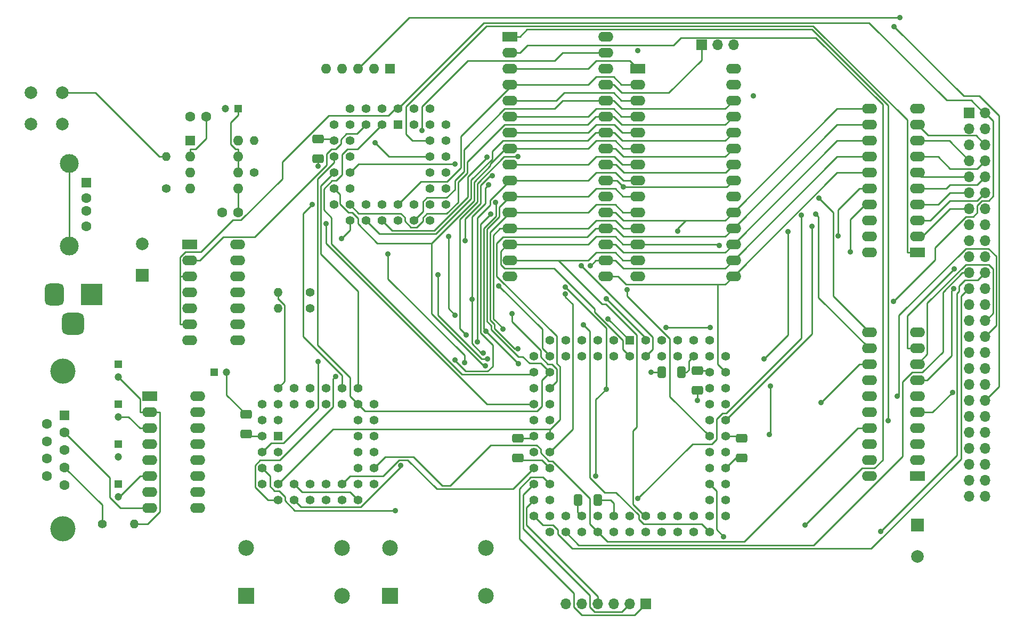
<source format=gbr>
%TF.GenerationSoftware,KiCad,Pcbnew,6.0.5-a6ca702e91~116~ubuntu20.04.1*%
%TF.CreationDate,2022-05-22T19:55:41+02:00*%
%TF.ProjectId,cpu_mem_cpld,6370755f-6d65-46d5-9f63-706c642e6b69,rev?*%
%TF.SameCoordinates,Original*%
%TF.FileFunction,Copper,L4,Bot*%
%TF.FilePolarity,Positive*%
%FSLAX46Y46*%
G04 Gerber Fmt 4.6, Leading zero omitted, Abs format (unit mm)*
G04 Created by KiCad (PCBNEW 6.0.5-a6ca702e91~116~ubuntu20.04.1) date 2022-05-22 19:55:41*
%MOMM*%
%LPD*%
G01*
G04 APERTURE LIST*
G04 Aperture macros list*
%AMRoundRect*
0 Rectangle with rounded corners*
0 $1 Rounding radius*
0 $2 $3 $4 $5 $6 $7 $8 $9 X,Y pos of 4 corners*
0 Add a 4 corners polygon primitive as box body*
4,1,4,$2,$3,$4,$5,$6,$7,$8,$9,$2,$3,0*
0 Add four circle primitives for the rounded corners*
1,1,$1+$1,$2,$3*
1,1,$1+$1,$4,$5*
1,1,$1+$1,$6,$7*
1,1,$1+$1,$8,$9*
0 Add four rect primitives between the rounded corners*
20,1,$1+$1,$2,$3,$4,$5,0*
20,1,$1+$1,$4,$5,$6,$7,0*
20,1,$1+$1,$6,$7,$8,$9,0*
20,1,$1+$1,$8,$9,$2,$3,0*%
G04 Aperture macros list end*
%TA.AperFunction,ComponentPad*%
%ADD10R,1.700000X1.700000*%
%TD*%
%TA.AperFunction,ComponentPad*%
%ADD11O,1.700000X1.700000*%
%TD*%
%TA.AperFunction,ComponentPad*%
%ADD12C,1.400000*%
%TD*%
%TA.AperFunction,ComponentPad*%
%ADD13O,1.400000X1.400000*%
%TD*%
%TA.AperFunction,ComponentPad*%
%ADD14R,1.200000X1.200000*%
%TD*%
%TA.AperFunction,ComponentPad*%
%ADD15C,1.200000*%
%TD*%
%TA.AperFunction,ComponentPad*%
%ADD16R,1.600000X1.600000*%
%TD*%
%TA.AperFunction,ComponentPad*%
%ADD17O,1.600000X1.600000*%
%TD*%
%TA.AperFunction,ComponentPad*%
%ADD18R,1.422400X1.422400*%
%TD*%
%TA.AperFunction,ComponentPad*%
%ADD19C,1.422400*%
%TD*%
%TA.AperFunction,ComponentPad*%
%ADD20R,2.400000X1.600000*%
%TD*%
%TA.AperFunction,ComponentPad*%
%ADD21O,2.400000X1.600000*%
%TD*%
%TA.AperFunction,ComponentPad*%
%ADD22C,2.000000*%
%TD*%
%TA.AperFunction,ComponentPad*%
%ADD23R,2.500000X2.500000*%
%TD*%
%TA.AperFunction,ComponentPad*%
%ADD24C,2.500000*%
%TD*%
%TA.AperFunction,ComponentPad*%
%ADD25R,3.500000X3.500000*%
%TD*%
%TA.AperFunction,ComponentPad*%
%ADD26RoundRect,0.750000X-0.750000X-1.000000X0.750000X-1.000000X0.750000X1.000000X-0.750000X1.000000X0*%
%TD*%
%TA.AperFunction,ComponentPad*%
%ADD27RoundRect,0.875000X-0.875000X-0.875000X0.875000X-0.875000X0.875000X0.875000X-0.875000X0.875000X0*%
%TD*%
%TA.AperFunction,ComponentPad*%
%ADD28C,1.600000*%
%TD*%
%TA.AperFunction,ComponentPad*%
%ADD29R,2.000000X2.000000*%
%TD*%
%TA.AperFunction,ComponentPad*%
%ADD30R,1.500000X1.600000*%
%TD*%
%TA.AperFunction,ComponentPad*%
%ADD31C,3.000000*%
%TD*%
%TA.AperFunction,ComponentPad*%
%ADD32C,4.000000*%
%TD*%
%TA.AperFunction,SMDPad,CuDef*%
%ADD33RoundRect,0.250000X-0.650000X0.412500X-0.650000X-0.412500X0.650000X-0.412500X0.650000X0.412500X0*%
%TD*%
%TA.AperFunction,SMDPad,CuDef*%
%ADD34RoundRect,0.250000X0.412500X0.650000X-0.412500X0.650000X-0.412500X-0.650000X0.412500X-0.650000X0*%
%TD*%
%TA.AperFunction,SMDPad,CuDef*%
%ADD35RoundRect,0.250000X-0.412500X-0.650000X0.412500X-0.650000X0.412500X0.650000X-0.412500X0.650000X0*%
%TD*%
%TA.AperFunction,SMDPad,CuDef*%
%ADD36RoundRect,0.250000X0.650000X-0.412500X0.650000X0.412500X-0.650000X0.412500X-0.650000X-0.412500X0*%
%TD*%
%TA.AperFunction,ViaPad*%
%ADD37C,0.889000*%
%TD*%
%TA.AperFunction,Conductor*%
%ADD38C,0.254000*%
%TD*%
G04 APERTURE END LIST*
D10*
%TO.P,P5,1,Pin_1*%
%TO.N,VCC*%
X215265000Y-65405000D03*
D11*
%TO.P,P5,2,Pin_2*%
%TO.N,/~{RESET}*%
X217805000Y-65405000D03*
%TO.P,P5,3,Pin_3*%
%TO.N,/~{NMI}*%
X215265000Y-67945000D03*
%TO.P,P5,4,Pin_4*%
%TO.N,/~{IRQ}*%
X217805000Y-67945000D03*
%TO.P,P5,5,Pin_5*%
%TO.N,unconnected-(P5-Pad5)*%
X215265000Y-70485000D03*
%TO.P,P5,6,Pin_6*%
%TO.N,/Connector/D7*%
X217805000Y-70485000D03*
%TO.P,P5,7,Pin_7*%
%TO.N,/Connector/D6*%
X215265000Y-73025000D03*
%TO.P,P5,8,Pin_8*%
%TO.N,/Connector/D5*%
X217805000Y-73025000D03*
%TO.P,P5,9,Pin_9*%
%TO.N,/Connector/D4*%
X215265000Y-75565000D03*
%TO.P,P5,10,Pin_10*%
%TO.N,/Connector/D3*%
X217805000Y-75565000D03*
%TO.P,P5,11,Pin_11*%
%TO.N,/Connector/D2*%
X215265000Y-78105000D03*
%TO.P,P5,12,Pin_12*%
%TO.N,/Connector/D1*%
X217805000Y-78105000D03*
%TO.P,P5,13,Pin_13*%
%TO.N,/Connector/D0*%
X215265000Y-80645000D03*
%TO.P,P5,14,Pin_14*%
%TO.N,unconnected-(P5-Pad14)*%
X217805000Y-80645000D03*
%TO.P,P5,15,Pin_15*%
%TO.N,/Connector/R~{W}*%
X215265000Y-83185000D03*
%TO.P,P5,16,Pin_16*%
%TO.N,unconnected-(P5-Pad16)*%
X217805000Y-83185000D03*
%TO.P,P5,17,Pin_17*%
%TO.N,/CPU_RDY*%
X215265000Y-85725000D03*
%TO.P,P5,18,Pin_18*%
%TO.N,unconnected-(P5-Pad18)*%
X217805000Y-85725000D03*
%TO.P,P5,19,Pin_19*%
%TO.N,unconnected-(P5-Pad19)*%
X215265000Y-88265000D03*
%TO.P,P5,20,Pin_20*%
%TO.N,unconnected-(P5-Pad20)*%
X217805000Y-88265000D03*
%TO.P,P5,21,Pin_21*%
%TO.N,/~{CS_OPL}*%
X215265000Y-90805000D03*
%TO.P,P5,22,Pin_22*%
%TO.N,/~{CS_VIA}*%
X217805000Y-90805000D03*
%TO.P,P5,23,Pin_23*%
%TO.N,/~{CS_UART2}*%
X215265000Y-93345000D03*
%TO.P,P5,24,Pin_24*%
%TO.N,/~{CSR_VDP}*%
X217805000Y-93345000D03*
%TO.P,P5,25,Pin_25*%
%TO.N,GND*%
X215265000Y-95885000D03*
%TO.P,P5,26,Pin_26*%
X217805000Y-95885000D03*
%TO.P,P5,27,Pin_27*%
%TO.N,/Connector/A3*%
X215265000Y-98425000D03*
%TO.P,P5,28,Pin_28*%
%TO.N,/Connector/A2*%
X217805000Y-98425000D03*
%TO.P,P5,29,Pin_29*%
%TO.N,/Connector/A1*%
X215265000Y-100965000D03*
%TO.P,P5,30,Pin_30*%
%TO.N,/Connector/A0*%
X217805000Y-100965000D03*
%TO.P,P5,31,Pin_31*%
%TO.N,GND*%
X215265000Y-103505000D03*
%TO.P,P5,32,Pin_32*%
X217805000Y-103505000D03*
%TO.P,P5,33,Pin_33*%
%TO.N,/Connector/~{OE}*%
X215265000Y-106045000D03*
%TO.P,P5,34,Pin_34*%
%TO.N,/Connector/~{WE}*%
X217805000Y-106045000D03*
%TO.P,P5,35,Pin_35*%
%TO.N,GND*%
X215265000Y-108585000D03*
%TO.P,P5,36,Pin_36*%
%TO.N,/Connector/PHI2*%
X217805000Y-108585000D03*
%TO.P,P5,37,Pin_37*%
%TO.N,GND*%
X215265000Y-111125000D03*
%TO.P,P5,38,Pin_38*%
%TO.N,/RESET_TRIG*%
X217805000Y-111125000D03*
%TO.P,P5,39,Pin_39*%
%TO.N,unconnected-(P5-Pad39)*%
X215265000Y-113665000D03*
%TO.P,P5,40,Pin_40*%
%TO.N,unconnected-(P5-Pad40)*%
X217805000Y-113665000D03*
%TO.P,P5,41,Pin_41*%
%TO.N,unconnected-(P5-Pad41)*%
X215265000Y-116205000D03*
%TO.P,P5,42,Pin_42*%
%TO.N,unconnected-(P5-Pad42)*%
X217805000Y-116205000D03*
%TO.P,P5,43,Pin_43*%
%TO.N,VCC*%
X215265000Y-118745000D03*
%TO.P,P5,44,Pin_44*%
X217805000Y-118745000D03*
%TO.P,P5,45,Pin_45*%
X215265000Y-121285000D03*
%TO.P,P5,46,Pin_46*%
X217805000Y-121285000D03*
%TO.P,P5,47,Pin_47*%
%TO.N,GND*%
X215265000Y-123825000D03*
%TO.P,P5,48,Pin_48*%
X217805000Y-123825000D03*
%TO.P,P5,49,Pin_49*%
X215265000Y-126365000D03*
%TO.P,P5,50,Pin_50*%
X217805000Y-126365000D03*
%TD*%
D12*
%TO.P,R2,1*%
%TO.N,VCC*%
X110490000Y-96520000D03*
D13*
%TO.P,R2,2*%
%TO.N,/~{RESET}*%
X105410000Y-96520000D03*
%TD*%
D12*
%TO.P,R5,1*%
%TO.N,VCC*%
X87630000Y-77470000D03*
D13*
%TO.P,R5,2*%
%TO.N,/RESET_TRIG*%
X87630000Y-72390000D03*
%TD*%
D14*
%TO.P,C25,1*%
%TO.N,VCC*%
X80010000Y-105410000D03*
D15*
%TO.P,C25,2*%
%TO.N,Net-(C25-Pad2)*%
X80010000Y-107410000D03*
%TD*%
D10*
%TO.P,JP1,1,A*%
%TO.N,/~{WE}*%
X172720000Y-54610000D03*
D11*
%TO.P,JP1,2,C*%
%TO.N,Net-(JP1-Pad2)*%
X175260000Y-54610000D03*
%TO.P,JP1,3,B*%
%TO.N,VCC*%
X177800000Y-54610000D03*
%TD*%
D16*
%TO.P,U6,1,GND*%
%TO.N,GND*%
X91450000Y-69860000D03*
D17*
%TO.P,U6,2,TR*%
%TO.N,/RESET_TRIG*%
X91450000Y-72400000D03*
%TO.P,U6,3,Q*%
%TO.N,Net-(U5-Pad5)*%
X91450000Y-74940000D03*
%TO.P,U6,4,R*%
%TO.N,VCC*%
X91450000Y-77480000D03*
%TO.P,U6,5,CV*%
%TO.N,Net-(C3-Pad1)*%
X99070000Y-77480000D03*
%TO.P,U6,6,THR*%
%TO.N,Net-(C4-Pad1)*%
X99070000Y-74940000D03*
%TO.P,U6,7,DIS*%
X99070000Y-72400000D03*
%TO.P,U6,8,VCC*%
%TO.N,VCC*%
X99070000Y-69860000D03*
%TD*%
D18*
%TO.P,U11,1,NC*%
%TO.N,unconnected-(U11-Pad1)*%
X105410000Y-116840000D03*
D19*
%TO.P,U11,2,D0*%
%TO.N,/D0*%
X102870000Y-119380000D03*
%TO.P,U11,3,D1*%
%TO.N,/D1*%
X105410000Y-119380000D03*
%TO.P,U11,4,D2*%
%TO.N,/D2*%
X102870000Y-121920000D03*
%TO.P,U11,5,D3*%
%TO.N,/D3*%
X105410000Y-121920000D03*
%TO.P,U11,6,D4*%
%TO.N,/D4*%
X102870000Y-124460000D03*
%TO.P,U11,7,D5*%
%TO.N,/D5*%
X105410000Y-127000000D03*
%TO.P,U11,8,D6*%
%TO.N,/D6*%
X105410000Y-124460000D03*
%TO.P,U11,9,D7*%
%TO.N,/D7*%
X107950000Y-127000000D03*
%TO.P,U11,10,RCLK*%
%TO.N,Net-(U11-Pad10)*%
X107950000Y-124460000D03*
%TO.P,U11,11,SIN*%
%TO.N,Net-(U11-Pad11)*%
X110490000Y-127000000D03*
%TO.P,U11,12,NC*%
%TO.N,unconnected-(U11-Pad12)*%
X110490000Y-124460000D03*
%TO.P,U11,13,SOUT*%
%TO.N,Net-(U11-Pad13)*%
X113030000Y-127000000D03*
%TO.P,U11,14,CS0*%
%TO.N,VCC*%
X113030000Y-124460000D03*
%TO.P,U11,15,CS1*%
X115570000Y-127000000D03*
%TO.P,U11,16,~{CS2}*%
%TO.N,/~{CS_UART}*%
X115570000Y-124460000D03*
%TO.P,U11,17,~{BAUDOUT}*%
%TO.N,Net-(U11-Pad10)*%
X118110000Y-127000000D03*
%TO.P,U11,18,XIN*%
%TO.N,Net-(U11-Pad18)*%
X120650000Y-124460000D03*
%TO.P,U11,19,XOUT*%
%TO.N,unconnected-(U11-Pad19)*%
X118110000Y-124460000D03*
%TO.P,U11,20,~{WR}*%
%TO.N,/~{WE}*%
X120650000Y-121920000D03*
%TO.P,U11,21,WR*%
%TO.N,GND*%
X118110000Y-121920000D03*
%TO.P,U11,22,GND*%
X120650000Y-119380000D03*
%TO.P,U11,23,NC*%
%TO.N,unconnected-(U11-Pad23)*%
X118110000Y-119380000D03*
%TO.P,U11,24,~{RD}*%
%TO.N,/~{OE}*%
X120650000Y-116840000D03*
%TO.P,U11,25,RD*%
%TO.N,GND*%
X118110000Y-116840000D03*
%TO.P,U11,26,DDIS*%
%TO.N,unconnected-(U11-Pad26)*%
X120650000Y-114300000D03*
%TO.P,U11,27,~{TXRDY}*%
%TO.N,unconnected-(U11-Pad27)*%
X118110000Y-114300000D03*
%TO.P,U11,28,~{ADS}*%
%TO.N,GND*%
X120650000Y-111760000D03*
%TO.P,U11,29,A2*%
%TO.N,/CPU_A2*%
X118110000Y-109220000D03*
%TO.P,U11,30,A1*%
%TO.N,/CPU_A1*%
X118110000Y-111760000D03*
%TO.P,U11,31,A0*%
%TO.N,/CPU_A0*%
X115570000Y-109220000D03*
%TO.P,U11,32,~{RXRDY}*%
%TO.N,unconnected-(U11-Pad32)*%
X115570000Y-111760000D03*
%TO.P,U11,33,INTR*%
%TO.N,Net-(U11-Pad33)*%
X113030000Y-109220000D03*
%TO.P,U11,34,NC*%
%TO.N,unconnected-(U11-Pad34)*%
X113030000Y-111760000D03*
%TO.P,U11,35,~{OUT2}*%
%TO.N,unconnected-(U11-Pad35)*%
X110490000Y-109220000D03*
%TO.P,U11,36,~{RTS}*%
%TO.N,Net-(U11-Pad36)*%
X110490000Y-111760000D03*
%TO.P,U11,37,~{DTR}*%
%TO.N,unconnected-(U11-Pad37)*%
X107950000Y-109220000D03*
%TO.P,U11,38,~{OUT1}*%
%TO.N,unconnected-(U11-Pad38)*%
X107950000Y-111760000D03*
%TO.P,U11,39,MR*%
%TO.N,Net-(R1-Pad2)*%
X105410000Y-109220000D03*
%TO.P,U11,40,~{CTS}*%
%TO.N,Net-(U11-Pad40)*%
X102870000Y-111760000D03*
%TO.P,U11,41,~{DSR}*%
%TO.N,VCC*%
X105410000Y-111760000D03*
%TO.P,U11,42,~{DCD}*%
X102870000Y-114300000D03*
%TO.P,U11,43,~{RI}*%
X105410000Y-114300000D03*
%TO.P,U11,44,VCC*%
X102870000Y-116840000D03*
%TD*%
D10*
%TO.P,JTAG1,1,Pin_1*%
%TO.N,/TMS*%
X163830000Y-143510000D03*
D11*
%TO.P,JTAG1,2,Pin_2*%
%TO.N,/TDI*%
X161290000Y-143510000D03*
%TO.P,JTAG1,3,Pin_3*%
%TO.N,/TDO*%
X158750000Y-143510000D03*
%TO.P,JTAG1,4,Pin_4*%
%TO.N,/TCK*%
X156210000Y-143510000D03*
%TO.P,JTAG1,5,Pin_5*%
%TO.N,GND*%
X153670000Y-143510000D03*
%TO.P,JTAG1,6,Pin_6*%
%TO.N,VCC*%
X151130000Y-143510000D03*
%TD*%
D14*
%TO.P,C4,1*%
%TO.N,Net-(C4-Pad1)*%
X99060000Y-64770000D03*
D15*
%TO.P,C4,2*%
%TO.N,GND*%
X97060000Y-64770000D03*
%TD*%
D20*
%TO.P,U10,1,A->B*%
%TO.N,/CPU_R~{W}*%
X207010000Y-87630000D03*
D21*
%TO.P,U10,2,A0*%
%TO.N,/Connector/D0*%
X207010000Y-85090000D03*
%TO.P,U10,3,A1*%
%TO.N,/Connector/D1*%
X207010000Y-82550000D03*
%TO.P,U10,4,A2*%
%TO.N,/Connector/D2*%
X207010000Y-80010000D03*
%TO.P,U10,5,A3*%
%TO.N,/Connector/D3*%
X207010000Y-77470000D03*
%TO.P,U10,6,A4*%
%TO.N,/Connector/D4*%
X207010000Y-74930000D03*
%TO.P,U10,7,A5*%
%TO.N,/Connector/D5*%
X207010000Y-72390000D03*
%TO.P,U10,8,A6*%
%TO.N,/Connector/D6*%
X207010000Y-69850000D03*
%TO.P,U10,9,A7*%
%TO.N,/Connector/D7*%
X207010000Y-67310000D03*
%TO.P,U10,10,GND*%
%TO.N,GND*%
X207010000Y-64770000D03*
%TO.P,U10,11,B7*%
%TO.N,/D7*%
X199390000Y-64770000D03*
%TO.P,U10,12,B6*%
%TO.N,/D6*%
X199390000Y-67310000D03*
%TO.P,U10,13,B5*%
%TO.N,/D5*%
X199390000Y-69850000D03*
%TO.P,U10,14,B4*%
%TO.N,/D4*%
X199390000Y-72390000D03*
%TO.P,U10,15,B3*%
%TO.N,/D3*%
X199390000Y-74930000D03*
%TO.P,U10,16,B2*%
%TO.N,/D2*%
X199390000Y-77470000D03*
%TO.P,U10,17,B1*%
%TO.N,/D1*%
X199390000Y-80010000D03*
%TO.P,U10,18,B0*%
%TO.N,/D0*%
X199390000Y-82550000D03*
%TO.P,U10,19,CE*%
%TO.N,GND*%
X199390000Y-85090000D03*
%TO.P,U10,20,VCC*%
%TO.N,VCC*%
X199390000Y-87630000D03*
%TD*%
D22*
%TO.P,SW1,1,1*%
%TO.N,/RESET_TRIG*%
X71120000Y-62230000D03*
%TO.P,SW1,2,2*%
%TO.N,GND*%
X71120000Y-67230000D03*
%TO.P,SW1,3,3*%
%TO.N,/RESET_TRIG*%
X66120000Y-62230000D03*
%TO.P,SW1,4,4*%
%TO.N,GND*%
X66120000Y-67230000D03*
%TD*%
D23*
%TO.P,X2,1,NC*%
%TO.N,unconnected-(X2-Pad1)*%
X100330000Y-142240000D03*
D24*
%TO.P,X2,7,GND*%
%TO.N,GND*%
X115570000Y-142240000D03*
%TO.P,X2,8,FREQ*%
%TO.N,Net-(U11-Pad18)*%
X115570000Y-134620000D03*
%TO.P,X2,14,+5V*%
%TO.N,VCC*%
X100330000Y-134620000D03*
%TD*%
D20*
%TO.P,U9,1,A->B*%
%TO.N,GND*%
X207010000Y-123190000D03*
D21*
%TO.P,U9,2,A0*%
%TO.N,/Connector/~{OE}*%
X207010000Y-120650000D03*
%TO.P,U9,3,A1*%
%TO.N,/Connector/~{WE}*%
X207010000Y-118110000D03*
%TO.P,U9,4,A2*%
%TO.N,/Connector/R~{W}*%
X207010000Y-115570000D03*
%TO.P,U9,5,A3*%
%TO.N,/Connector/PHI2*%
X207010000Y-113030000D03*
%TO.P,U9,6,A4*%
%TO.N,/Connector/A0*%
X207010000Y-110490000D03*
%TO.P,U9,7,A5*%
%TO.N,/Connector/A1*%
X207010000Y-107950000D03*
%TO.P,U9,8,A6*%
%TO.N,/Connector/A2*%
X207010000Y-105410000D03*
%TO.P,U9,9,A7*%
%TO.N,/Connector/A3*%
X207010000Y-102870000D03*
%TO.P,U9,10,GND*%
%TO.N,GND*%
X207010000Y-100330000D03*
%TO.P,U9,11,B7*%
%TO.N,/CPU_A3*%
X199390000Y-100330000D03*
%TO.P,U9,12,B6*%
%TO.N,/CPU_A2*%
X199390000Y-102870000D03*
%TO.P,U9,13,B5*%
%TO.N,/CPU_A1*%
X199390000Y-105410000D03*
%TO.P,U9,14,B4*%
%TO.N,/CPU_A0*%
X199390000Y-107950000D03*
%TO.P,U9,15,B3*%
%TO.N,/PHI2*%
X199390000Y-110490000D03*
%TO.P,U9,16,B2*%
%TO.N,/CPU_R~{W}*%
X199390000Y-113030000D03*
%TO.P,U9,17,B1*%
%TO.N,/~{WE}*%
X199390000Y-115570000D03*
%TO.P,U9,18,B0*%
%TO.N,/~{OE}*%
X199390000Y-118110000D03*
%TO.P,U9,19,CE*%
%TO.N,GND*%
X199390000Y-120650000D03*
%TO.P,U9,20,VCC*%
%TO.N,VCC*%
X199390000Y-123190000D03*
%TD*%
D25*
%TO.P,CON1,1*%
%TO.N,VCC*%
X75850000Y-94292500D03*
D26*
%TO.P,CON1,2*%
%TO.N,GND*%
X69850000Y-94292500D03*
D27*
%TO.P,CON1,3*%
%TO.N,N/C*%
X72850000Y-98992500D03*
%TD*%
D18*
%TO.P,U2,1,P1*%
%TO.N,/D0*%
X161290000Y-101600000D03*
D19*
%TO.P,U2,2,P2*%
%TO.N,/D1*%
X161290000Y-104140000D03*
%TO.P,U2,3,P3*%
%TO.N,/CPU_A15*%
X158750000Y-101600000D03*
%TO.P,U2,4,P4*%
%TO.N,unconnected-(U2-Pad4)*%
X158750000Y-104140000D03*
%TO.P,U2,5,P5*%
%TO.N,/EXT_A14*%
X156210000Y-101600000D03*
%TO.P,U2,6,P6*%
%TO.N,unconnected-(U2-Pad6)*%
X156210000Y-104140000D03*
%TO.P,U2,7,P7*%
%TO.N,unconnected-(U2-Pad7)*%
X153670000Y-101600000D03*
%TO.P,U2,8,GND*%
%TO.N,GND*%
X153670000Y-104140000D03*
%TO.P,U2,9,I/O/GCK1*%
%TO.N,/CLKIN*%
X151130000Y-101600000D03*
%TO.P,U2,10,I/O/GCK2*%
%TO.N,unconnected-(U2-Pad10)*%
X151130000Y-104140000D03*
%TO.P,U2,11,P11*%
%TO.N,unconnected-(U2-Pad11)*%
X148590000Y-101600000D03*
%TO.P,U2,12,I/O/GCK3*%
%TO.N,unconnected-(U2-Pad12)*%
X146050000Y-104140000D03*
%TO.P,U2,13,P13*%
%TO.N,/CPU_A14*%
X148590000Y-104140000D03*
%TO.P,U2,14,P14*%
%TO.N,/CPU_RDY*%
X146050000Y-106680000D03*
%TO.P,U2,15,P15*%
%TO.N,/CPU_A1*%
X148590000Y-106680000D03*
%TO.P,U2,16,GND*%
%TO.N,GND*%
X146050000Y-109220000D03*
%TO.P,U2,17,P17*%
%TO.N,/CPU_A8*%
X148590000Y-109220000D03*
%TO.P,U2,18,P18*%
%TO.N,/EXT_A15*%
X146050000Y-111760000D03*
%TO.P,U2,19,P19*%
%TO.N,/PHI2*%
X148590000Y-111760000D03*
%TO.P,U2,20,P20*%
%TO.N,unconnected-(U2-Pad20)*%
X146050000Y-114300000D03*
%TO.P,U2,21,P21*%
%TO.N,unconnected-(U2-Pad21)*%
X148590000Y-114300000D03*
%TO.P,U2,22,VCCIO*%
%TO.N,VCC*%
X146050000Y-116840000D03*
%TO.P,U2,23,P23*%
%TO.N,/D6*%
X148590000Y-116840000D03*
%TO.P,U2,24,P24*%
%TO.N,unconnected-(U2-Pad24)*%
X146050000Y-119380000D03*
%TO.P,U2,25,P25*%
%TO.N,/~{CS_RAM}*%
X148590000Y-119380000D03*
%TO.P,U2,26,P26*%
%TO.N,/~{CS_UART}*%
X146050000Y-121920000D03*
%TO.P,U2,27,GND*%
%TO.N,GND*%
X148590000Y-121920000D03*
%TO.P,U2,28,TDI*%
%TO.N,/TDI*%
X146050000Y-124460000D03*
%TO.P,U2,29,TMS*%
%TO.N,/TMS*%
X148590000Y-124460000D03*
%TO.P,U2,30,TCK*%
%TO.N,/TCK*%
X146050000Y-127000000D03*
%TO.P,U2,31,P31*%
%TO.N,/~{CS_ROM}*%
X148590000Y-127000000D03*
%TO.P,U2,32,P32*%
%TO.N,/~{CS_UART2}*%
X146050000Y-129540000D03*
%TO.P,U2,33,P33*%
%TO.N,/~{CS_VDP}*%
X148590000Y-132080000D03*
%TO.P,U2,34,P34*%
%TO.N,unconnected-(U2-Pad34)*%
X148590000Y-129540000D03*
%TO.P,U2,35,P35*%
%TO.N,/~{CS_OPL}*%
X151130000Y-132080000D03*
%TO.P,U2,36,P36*%
%TO.N,unconnected-(U2-Pad36)*%
X151130000Y-129540000D03*
%TO.P,U2,37,P37*%
%TO.N,/~{OE}*%
X153670000Y-132080000D03*
%TO.P,U2,38,VCC*%
%TO.N,VCC*%
X153670000Y-129540000D03*
%TO.P,U2,39,P39*%
%TO.N,/~{WE}*%
X156210000Y-132080000D03*
%TO.P,U2,40,P40*%
%TO.N,unconnected-(U2-Pad40)*%
X156210000Y-129540000D03*
%TO.P,U2,41,P41*%
%TO.N,unconnected-(U2-Pad41)*%
X158750000Y-132080000D03*
%TO.P,U2,42,GND*%
%TO.N,GND*%
X158750000Y-129540000D03*
%TO.P,U2,43,P43*%
%TO.N,/~{CS_VIA}*%
X161290000Y-132080000D03*
%TO.P,U2,44,P44*%
%TO.N,/CPU_A9*%
X161290000Y-129540000D03*
%TO.P,U2,45,P45*%
%TO.N,unconnected-(U2-Pad45)*%
X163830000Y-132080000D03*
%TO.P,U2,46,P46*%
%TO.N,/D2*%
X163830000Y-129540000D03*
%TO.P,U2,47,P47*%
%TO.N,/EXT_A16*%
X166370000Y-132080000D03*
%TO.P,U2,48,P48*%
%TO.N,/CPU_A4*%
X166370000Y-129540000D03*
%TO.P,U2,49,GND*%
%TO.N,GND*%
X168910000Y-132080000D03*
%TO.P,U2,50,P50*%
%TO.N,unconnected-(U2-Pad50)*%
X168910000Y-129540000D03*
%TO.P,U2,51,P51*%
%TO.N,unconnected-(U2-Pad51)*%
X171450000Y-132080000D03*
%TO.P,U2,52,P52*%
%TO.N,/EXT_A17*%
X171450000Y-129540000D03*
%TO.P,U2,53,P53*%
%TO.N,/CPU_A6*%
X173990000Y-132080000D03*
%TO.P,U2,54,P54*%
%TO.N,unconnected-(U2-Pad54)*%
X176530000Y-129540000D03*
%TO.P,U2,55,P55*%
%TO.N,unconnected-(U2-Pad55)*%
X173990000Y-129540000D03*
%TO.P,U2,56,P56*%
%TO.N,/CPU_A12*%
X176530000Y-127000000D03*
%TO.P,U2,57,P57*%
%TO.N,unconnected-(U2-Pad57)*%
X173990000Y-127000000D03*
%TO.P,U2,58,P58*%
%TO.N,unconnected-(U2-Pad58)*%
X176530000Y-124460000D03*
%TO.P,U2,59,TDO*%
%TO.N,/TDO*%
X173990000Y-124460000D03*
%TO.P,U2,60,GND*%
%TO.N,GND*%
X176530000Y-121920000D03*
%TO.P,U2,61,P61*%
%TO.N,/EXT_A18*%
X173990000Y-121920000D03*
%TO.P,U2,62,P62*%
%TO.N,unconnected-(U2-Pad62)*%
X176530000Y-119380000D03*
%TO.P,U2,63,P63*%
%TO.N,unconnected-(U2-Pad63)*%
X173990000Y-119380000D03*
%TO.P,U2,64,VCCIO*%
%TO.N,VCC*%
X176530000Y-116840000D03*
%TO.P,U2,65,P65*%
%TO.N,/CPU_A10*%
X173990000Y-116840000D03*
%TO.P,U2,66,P66*%
%TO.N,/CPU_A11*%
X176530000Y-114300000D03*
%TO.P,U2,67,P67*%
%TO.N,unconnected-(U2-Pad67)*%
X173990000Y-114300000D03*
%TO.P,U2,68,P68*%
%TO.N,/D4*%
X176530000Y-111760000D03*
%TO.P,U2,69,P69*%
%TO.N,unconnected-(U2-Pad69)*%
X173990000Y-111760000D03*
%TO.P,U2,70,P70*%
%TO.N,/CPU_A5*%
X176530000Y-109220000D03*
%TO.P,U2,71,P71*%
%TO.N,/CPU_R~{W}*%
X173990000Y-109220000D03*
%TO.P,U2,72,P72*%
%TO.N,/D3*%
X176530000Y-106680000D03*
%TO.P,U2,73,VCC*%
%TO.N,VCC*%
X173990000Y-106680000D03*
%TO.P,U2,74,I/O/GSR*%
%TO.N,/~{RESET}*%
X176530000Y-104140000D03*
%TO.P,U2,75,P75*%
%TO.N,unconnected-(U2-Pad75)*%
X173990000Y-101600000D03*
%TO.P,U2,76,I/O/GTS1*%
%TO.N,unconnected-(U2-Pad76)*%
X173990000Y-104140000D03*
%TO.P,U2,77,I/O/GTS2*%
%TO.N,unconnected-(U2-Pad77)*%
X171450000Y-101600000D03*
%TO.P,U2,78,VCC*%
%TO.N,VCC*%
X171450000Y-104140000D03*
%TO.P,U2,79,P79*%
%TO.N,/D7*%
X168910000Y-101600000D03*
%TO.P,U2,80,P80*%
%TO.N,unconnected-(U2-Pad80)*%
X168910000Y-104140000D03*
%TO.P,U2,81,P81*%
%TO.N,/CPU_A0*%
X166370000Y-101600000D03*
%TO.P,U2,82,P82*%
%TO.N,/D5*%
X166370000Y-104140000D03*
%TO.P,U2,83,P83*%
%TO.N,/CPU_A7*%
X163830000Y-101600000D03*
%TO.P,U2,84,P84*%
%TO.N,/CPU_A13*%
X163830000Y-104140000D03*
%TD*%
D23*
%TO.P,X1,1,NC*%
%TO.N,unconnected-(X1-Pad1)*%
X123190000Y-142240000D03*
D24*
%TO.P,X1,7,GND*%
%TO.N,GND*%
X138430000Y-142240000D03*
%TO.P,X1,8,FREQ*%
%TO.N,/CLKIN*%
X138430000Y-134620000D03*
%TO.P,X1,14,+5V*%
%TO.N,VCC*%
X123190000Y-134620000D03*
%TD*%
D28*
%TO.P,C2,1*%
%TO.N,/RESET_TRIG*%
X93980000Y-66040000D03*
%TO.P,C2,2*%
%TO.N,GND*%
X91480000Y-66040000D03*
%TD*%
D20*
%TO.P,U3,1,A14*%
%TO.N,/EXT_A14*%
X162555000Y-58405000D03*
D21*
%TO.P,U3,2,A12*%
%TO.N,/CPU_A12*%
X162555000Y-60945000D03*
%TO.P,U3,3,A7*%
%TO.N,/CPU_A7*%
X162555000Y-63485000D03*
%TO.P,U3,4,A6*%
%TO.N,/CPU_A6*%
X162555000Y-66025000D03*
%TO.P,U3,5,A5*%
%TO.N,/CPU_A5*%
X162555000Y-68565000D03*
%TO.P,U3,6,A4*%
%TO.N,/CPU_A4*%
X162555000Y-71105000D03*
%TO.P,U3,7,A3*%
%TO.N,/CPU_A3*%
X162555000Y-73645000D03*
%TO.P,U3,8,A2*%
%TO.N,/CPU_A2*%
X162555000Y-76185000D03*
%TO.P,U3,9,A1*%
%TO.N,/CPU_A1*%
X162555000Y-78725000D03*
%TO.P,U3,10,A0*%
%TO.N,/CPU_A0*%
X162555000Y-81265000D03*
%TO.P,U3,11,D0*%
%TO.N,/D0*%
X162555000Y-83805000D03*
%TO.P,U3,12,D1*%
%TO.N,/D1*%
X162555000Y-86345000D03*
%TO.P,U3,13,D2*%
%TO.N,/D2*%
X162555000Y-88885000D03*
%TO.P,U3,14,GND*%
%TO.N,GND*%
X162555000Y-91425000D03*
%TO.P,U3,15,D3*%
%TO.N,/D3*%
X177795000Y-91425000D03*
%TO.P,U3,16,D4*%
%TO.N,/D4*%
X177795000Y-88885000D03*
%TO.P,U3,17,D5*%
%TO.N,/D5*%
X177795000Y-86345000D03*
%TO.P,U3,18,D6*%
%TO.N,/D6*%
X177795000Y-83805000D03*
%TO.P,U3,19,D7*%
%TO.N,/D7*%
X177795000Y-81265000D03*
%TO.P,U3,20,~{CS}*%
%TO.N,/~{CS_ROM}*%
X177795000Y-78725000D03*
%TO.P,U3,21,A10*%
%TO.N,/CPU_A10*%
X177795000Y-76185000D03*
%TO.P,U3,22,~{OE}*%
%TO.N,/~{OE}*%
X177795000Y-73645000D03*
%TO.P,U3,23,A11*%
%TO.N,/CPU_A11*%
X177795000Y-71105000D03*
%TO.P,U3,24,A9*%
%TO.N,/CPU_A9*%
X177795000Y-68565000D03*
%TO.P,U3,25,A8*%
%TO.N,/CPU_A8*%
X177795000Y-66025000D03*
%TO.P,U3,26,A13*%
%TO.N,/CPU_A13*%
X177795000Y-63485000D03*
%TO.P,U3,27,~{WE}*%
%TO.N,Net-(JP1-Pad2)*%
X177795000Y-60945000D03*
%TO.P,U3,28,VCC*%
%TO.N,VCC*%
X177795000Y-58405000D03*
%TD*%
D20*
%TO.P,U4,1,A18*%
%TO.N,/EXT_A18*%
X142260000Y-53340000D03*
D21*
%TO.P,U4,2,A16*%
%TO.N,/EXT_A16*%
X142260000Y-55880000D03*
%TO.P,U4,3,A14*%
%TO.N,/EXT_A14*%
X142260000Y-58420000D03*
%TO.P,U4,4,A12*%
%TO.N,/CPU_A12*%
X142260000Y-60960000D03*
%TO.P,U4,5,A7*%
%TO.N,/CPU_A7*%
X142260000Y-63500000D03*
%TO.P,U4,6,A6*%
%TO.N,/CPU_A6*%
X142260000Y-66040000D03*
%TO.P,U4,7,A5*%
%TO.N,/CPU_A5*%
X142260000Y-68580000D03*
%TO.P,U4,8,A4*%
%TO.N,/CPU_A4*%
X142260000Y-71120000D03*
%TO.P,U4,9,A3*%
%TO.N,/CPU_A3*%
X142260000Y-73660000D03*
%TO.P,U4,10,A2*%
%TO.N,/CPU_A2*%
X142260000Y-76200000D03*
%TO.P,U4,11,A1*%
%TO.N,/CPU_A1*%
X142260000Y-78740000D03*
%TO.P,U4,12,A0*%
%TO.N,/CPU_A0*%
X142260000Y-81280000D03*
%TO.P,U4,13,DQ0*%
%TO.N,/D0*%
X142260000Y-83820000D03*
%TO.P,U4,14,DQ1*%
%TO.N,/D1*%
X142260000Y-86360000D03*
%TO.P,U4,15,DQ2*%
%TO.N,/D2*%
X142260000Y-88900000D03*
%TO.P,U4,16,VSS*%
%TO.N,GND*%
X142260000Y-91440000D03*
%TO.P,U4,17,DQ3*%
%TO.N,/D3*%
X157500000Y-91440000D03*
%TO.P,U4,18,DQ4*%
%TO.N,/D4*%
X157500000Y-88900000D03*
%TO.P,U4,19,DQ5*%
%TO.N,/D5*%
X157500000Y-86360000D03*
%TO.P,U4,20,DQ6*%
%TO.N,/D6*%
X157500000Y-83820000D03*
%TO.P,U4,21,DQ7*%
%TO.N,/D7*%
X157500000Y-81280000D03*
%TO.P,U4,22,CE#*%
%TO.N,/~{CS_RAM}*%
X157500000Y-78740000D03*
%TO.P,U4,23,A10*%
%TO.N,/CPU_A10*%
X157500000Y-76200000D03*
%TO.P,U4,24,OE#*%
%TO.N,/~{OE}*%
X157500000Y-73660000D03*
%TO.P,U4,25,A11*%
%TO.N,/CPU_A11*%
X157500000Y-71120000D03*
%TO.P,U4,26,A9*%
%TO.N,/CPU_A9*%
X157500000Y-68580000D03*
%TO.P,U4,27,A8*%
%TO.N,/CPU_A8*%
X157500000Y-66040000D03*
%TO.P,U4,28,A13*%
%TO.N,/CPU_A13*%
X157500000Y-63500000D03*
%TO.P,U4,29,WE#*%
%TO.N,/~{WE}*%
X157500000Y-60960000D03*
%TO.P,U4,30,A17*%
%TO.N,/EXT_A17*%
X157500000Y-58420000D03*
%TO.P,U4,31,A15*%
%TO.N,/EXT_A15*%
X157500000Y-55880000D03*
%TO.P,U4,32,VCC*%
%TO.N,VCC*%
X157500000Y-53340000D03*
%TD*%
D29*
%TO.P,C18,1*%
%TO.N,VCC*%
X207010000Y-130982300D03*
D22*
%TO.P,C18,2*%
%TO.N,GND*%
X207010000Y-135982300D03*
%TD*%
D12*
%TO.P,R6,1*%
%TO.N,Net-(C4-Pad1)*%
X101600000Y-74930000D03*
D13*
%TO.P,R6,2*%
%TO.N,VCC*%
X101600000Y-69850000D03*
%TD*%
D14*
%TO.P,C21,1*%
%TO.N,Net-(C21-Pad1)*%
X80010000Y-118110000D03*
D15*
%TO.P,C21,2*%
%TO.N,Net-(C21-Pad2)*%
X80010000Y-120110000D03*
%TD*%
D20*
%TO.P,U5,1*%
%TO.N,Net-(U11-Pad33)*%
X91425000Y-86355000D03*
D21*
%TO.P,U5,2*%
%TO.N,/~{IRQ}*%
X91425000Y-88895000D03*
%TO.P,U5,3*%
%TO.N,/~{RESET}*%
X91425000Y-91435000D03*
%TO.P,U5,4*%
%TO.N,Net-(R1-Pad2)*%
X91425000Y-93975000D03*
%TO.P,U5,5*%
%TO.N,Net-(U5-Pad5)*%
X91425000Y-96515000D03*
%TO.P,U5,6*%
%TO.N,/~{RESET}*%
X91425000Y-99055000D03*
%TO.P,U5,7,GND*%
%TO.N,GND*%
X91425000Y-101595000D03*
%TO.P,U5,8*%
%TO.N,unconnected-(U5-Pad8)*%
X99045000Y-101595000D03*
%TO.P,U5,9*%
%TO.N,GND*%
X99045000Y-99055000D03*
%TO.P,U5,10*%
%TO.N,unconnected-(U5-Pad10)*%
X99045000Y-96515000D03*
%TO.P,U5,11*%
%TO.N,GND*%
X99045000Y-93975000D03*
%TO.P,U5,12*%
%TO.N,unconnected-(U5-Pad12)*%
X99045000Y-91435000D03*
%TO.P,U5,13*%
%TO.N,GND*%
X99045000Y-88895000D03*
%TO.P,U5,14,VCC*%
%TO.N,VCC*%
X99045000Y-86355000D03*
%TD*%
D30*
%TO.P,J1,1,VBUS*%
%TO.N,VCC*%
X74930000Y-76510000D03*
D28*
%TO.P,J1,2,D-*%
%TO.N,unconnected-(J1-Pad2)*%
X74930000Y-79010000D03*
%TO.P,J1,3,D+*%
%TO.N,unconnected-(J1-Pad3)*%
X74930000Y-81010000D03*
%TO.P,J1,4,GND*%
%TO.N,GND*%
X74930000Y-83510000D03*
D31*
%TO.P,J1,5,Shield*%
%TO.N,unconnected-(J1-Pad5)*%
X72220000Y-86580000D03*
X72220000Y-73440000D03*
%TD*%
D14*
%TO.P,C20,1*%
%TO.N,Net-(C20-Pad1)*%
X80010000Y-111760000D03*
D15*
%TO.P,C20,2*%
%TO.N,Net-(C20-Pad2)*%
X80010000Y-113760000D03*
%TD*%
D14*
%TO.P,C17,1*%
%TO.N,VCC*%
X95250000Y-106680000D03*
D15*
%TO.P,C17,2*%
%TO.N,GND*%
X97250000Y-106680000D03*
%TD*%
D28*
%TO.P,C3,1*%
%TO.N,Net-(C3-Pad1)*%
X99060000Y-81280000D03*
%TO.P,C3,2*%
%TO.N,GND*%
X96560000Y-81280000D03*
%TD*%
D16*
%TO.P,RN1,1,common*%
%TO.N,VCC*%
X123210000Y-58420000D03*
D17*
%TO.P,RN1,2,R1*%
%TO.N,/~{BE}*%
X120670000Y-58420000D03*
%TO.P,RN1,3,R2*%
%TO.N,/CPU_RDY*%
X118130000Y-58420000D03*
%TO.P,RN1,4,R3*%
%TO.N,/~{IRQ}*%
X115590000Y-58420000D03*
%TO.P,RN1,5,R4*%
%TO.N,/~{NMI}*%
X113050000Y-58420000D03*
%TD*%
D12*
%TO.P,R3,1*%
%TO.N,Net-(J3-Pad4)*%
X77470000Y-130810000D03*
D13*
%TO.P,R3,2*%
%TO.N,Net-(C25-Pad2)*%
X82550000Y-130810000D03*
%TD*%
D20*
%TO.P,U13,1,C1+*%
%TO.N,Net-(C20-Pad1)*%
X85075000Y-110505000D03*
D21*
%TO.P,U13,2,VS+*%
%TO.N,Net-(C25-Pad2)*%
X85075000Y-113045000D03*
%TO.P,U13,3,C1-*%
%TO.N,Net-(C20-Pad2)*%
X85075000Y-115585000D03*
%TO.P,U13,4,C2+*%
%TO.N,Net-(C21-Pad1)*%
X85075000Y-118125000D03*
%TO.P,U13,5,C2-*%
%TO.N,Net-(C21-Pad2)*%
X85075000Y-120665000D03*
%TO.P,U13,6,VS-*%
%TO.N,Net-(C23-Pad2)*%
X85075000Y-123205000D03*
%TO.P,U13,7,T2OUT*%
%TO.N,Net-(J3-Pad3)*%
X85075000Y-125745000D03*
%TO.P,U13,8,R2IN*%
%TO.N,Net-(J3-Pad2)*%
X85075000Y-128285000D03*
%TO.P,U13,9,R2OUT*%
%TO.N,Net-(U11-Pad11)*%
X92695000Y-128285000D03*
%TO.P,U13,10,T2IN*%
%TO.N,Net-(U11-Pad13)*%
X92695000Y-125745000D03*
%TO.P,U13,11,T1IN*%
%TO.N,Net-(U11-Pad36)*%
X92695000Y-123205000D03*
%TO.P,U13,12,R1OUT*%
%TO.N,Net-(U11-Pad40)*%
X92695000Y-120665000D03*
%TO.P,U13,13,R1IN*%
%TO.N,Net-(J3-Pad8)*%
X92695000Y-118125000D03*
%TO.P,U13,14,T1OUT*%
%TO.N,Net-(J3-Pad7)*%
X92695000Y-115585000D03*
%TO.P,U13,15,GND*%
%TO.N,GND*%
X92695000Y-113045000D03*
%TO.P,U13,16,VCC*%
%TO.N,VCC*%
X92695000Y-110505000D03*
%TD*%
D32*
%TO.P,J3,0*%
%TO.N,N/C*%
X71194000Y-131540300D03*
X71194000Y-106540300D03*
D16*
%TO.P,J3,1,1*%
%TO.N,unconnected-(J3-Pad1)*%
X71494000Y-113500300D03*
D28*
%TO.P,J3,2,2*%
%TO.N,Net-(J3-Pad2)*%
X71494000Y-116270300D03*
%TO.P,J3,3,3*%
%TO.N,Net-(J3-Pad3)*%
X71494000Y-119040300D03*
%TO.P,J3,4,4*%
%TO.N,Net-(J3-Pad4)*%
X71494000Y-121810300D03*
%TO.P,J3,5,5*%
%TO.N,GND*%
X71494000Y-124580300D03*
%TO.P,J3,6,6*%
%TO.N,unconnected-(J3-Pad6)*%
X68654000Y-114885300D03*
%TO.P,J3,7,7*%
%TO.N,Net-(J3-Pad7)*%
X68654000Y-117655300D03*
%TO.P,J3,8,8*%
%TO.N,Net-(J3-Pad8)*%
X68654000Y-120425300D03*
%TO.P,J3,9,9*%
%TO.N,unconnected-(J3-Pad9)*%
X68654000Y-123195300D03*
%TD*%
D14*
%TO.P,C23,1*%
%TO.N,GND*%
X80010000Y-124460000D03*
D15*
%TO.P,C23,2*%
%TO.N,Net-(C23-Pad2)*%
X80010000Y-126460000D03*
%TD*%
D18*
%TO.P,U1,1,VSS*%
%TO.N,GND*%
X124460000Y-67310000D03*
D19*
%TO.P,U1,2,~{VP}*%
%TO.N,unconnected-(U1-Pad2)*%
X121920000Y-64770000D03*
%TO.P,U1,3,RDY*%
%TO.N,/CPU_RDY*%
X121920000Y-67310000D03*
%TO.P,U1,4,\u03D51*%
%TO.N,unconnected-(U1-Pad4)*%
X119380000Y-64770000D03*
%TO.P,U1,5,~{IRQ}*%
%TO.N,/~{IRQ}*%
X119380000Y-67310000D03*
%TO.P,U1,6,~{ML}*%
%TO.N,unconnected-(U1-Pad6)*%
X116840000Y-64770000D03*
%TO.P,U1,7,~{NMI}*%
%TO.N,/~{NMI}*%
X114300000Y-67310000D03*
%TO.P,U1,8,SYNC*%
%TO.N,unconnected-(U1-Pad8)*%
X116840000Y-67310000D03*
%TO.P,U1,9,VDD*%
%TO.N,VCC*%
X114300000Y-69850000D03*
%TO.P,U1,10,A0*%
%TO.N,/CPU_A0*%
X116840000Y-69850000D03*
%TO.P,U1,11,A1*%
%TO.N,/CPU_A1*%
X114300000Y-72390000D03*
%TO.P,U1,12,nc*%
%TO.N,unconnected-(U1-Pad12)*%
X116840000Y-72390000D03*
%TO.P,U1,13,A2*%
%TO.N,/CPU_A2*%
X114300000Y-74930000D03*
%TO.P,U1,14,A3*%
%TO.N,/CPU_A3*%
X116840000Y-74930000D03*
%TO.P,U1,15,A4*%
%TO.N,/CPU_A4*%
X114300000Y-77470000D03*
%TO.P,U1,16,A5*%
%TO.N,/CPU_A5*%
X116840000Y-77470000D03*
%TO.P,U1,17,A6*%
%TO.N,/CPU_A6*%
X114300000Y-80010000D03*
%TO.P,U1,18,A7*%
%TO.N,/CPU_A7*%
X116840000Y-82550000D03*
%TO.P,U1,19,A8*%
%TO.N,/CPU_A8*%
X116840000Y-80010000D03*
%TO.P,U1,20,A9*%
%TO.N,/CPU_A9*%
X119380000Y-82550000D03*
%TO.P,U1,21,A10*%
%TO.N,/CPU_A10*%
X119380000Y-80010000D03*
%TO.P,U1,22,A11*%
%TO.N,/CPU_A11*%
X121920000Y-82550000D03*
%TO.P,U1,23,VSS*%
%TO.N,GND*%
X121920000Y-80010000D03*
%TO.P,U1,24,VSS*%
X124460000Y-82550000D03*
%TO.P,U1,25,A12*%
%TO.N,/CPU_A12*%
X124460000Y-80010000D03*
%TO.P,U1,26,A13*%
%TO.N,/CPU_A13*%
X127000000Y-82550000D03*
%TO.P,U1,27,A14*%
%TO.N,/CPU_A14*%
X127000000Y-80010000D03*
%TO.P,U1,28,A15*%
%TO.N,/CPU_A15*%
X129540000Y-82550000D03*
%TO.P,U1,29,D7*%
%TO.N,/D7*%
X132080000Y-80010000D03*
%TO.P,U1,30,D6*%
%TO.N,/D6*%
X129540000Y-80010000D03*
%TO.P,U1,31,D5*%
%TO.N,/D5*%
X132080000Y-77470000D03*
%TO.P,U1,32,D4*%
%TO.N,/D4*%
X129540000Y-77470000D03*
%TO.P,U1,33,D3*%
%TO.N,/D3*%
X132080000Y-74930000D03*
%TO.P,U1,34,D2*%
%TO.N,/D2*%
X129540000Y-74930000D03*
%TO.P,U1,35,D1*%
%TO.N,/D1*%
X132080000Y-72390000D03*
%TO.P,U1,36,D0*%
%TO.N,/D0*%
X129540000Y-72390000D03*
%TO.P,U1,37,VDD*%
%TO.N,VCC*%
X132080000Y-69850000D03*
%TO.P,U1,38,R/~{W}*%
%TO.N,/CPU_R~{W}*%
X129540000Y-69850000D03*
%TO.P,U1,39,nc*%
%TO.N,unconnected-(U1-Pad39)*%
X132080000Y-67310000D03*
%TO.P,U1,40,BE*%
%TO.N,/~{BE}*%
X129540000Y-64770000D03*
%TO.P,U1,41,\u03D50*%
%TO.N,/PHI2*%
X129540000Y-67310000D03*
%TO.P,U1,42,~{SO}*%
%TO.N,unconnected-(U1-Pad42)*%
X127000000Y-64770000D03*
%TO.P,U1,43,\u03D52O*%
%TO.N,unconnected-(U1-Pad43)*%
X127000000Y-67310000D03*
%TO.P,U1,44,~{RES}*%
%TO.N,/~{RESET}*%
X124460000Y-64770000D03*
%TD*%
D12*
%TO.P,R1,1*%
%TO.N,VCC*%
X110490000Y-93980000D03*
D13*
%TO.P,R1,2*%
%TO.N,Net-(R1-Pad2)*%
X105410000Y-93980000D03*
%TD*%
D29*
%TO.P,C16,1*%
%TO.N,VCC*%
X83820000Y-91267700D03*
D22*
%TO.P,C16,2*%
%TO.N,GND*%
X83820000Y-86267700D03*
%TD*%
D33*
%TO.P,C1,1*%
%TO.N,VCC*%
X179070000Y-117182500D03*
%TO.P,C1,2*%
%TO.N,GND*%
X179070000Y-120307500D03*
%TD*%
%TO.P,C14,1*%
%TO.N,VCC*%
X172085000Y-106387500D03*
%TO.P,C14,2*%
%TO.N,GND*%
X172085000Y-109512500D03*
%TD*%
D34*
%TO.P,C13,1*%
%TO.N,VCC*%
X169495000Y-106680000D03*
%TO.P,C13,2*%
%TO.N,GND*%
X166370000Y-106680000D03*
%TD*%
D35*
%TO.P,C7,1*%
%TO.N,VCC*%
X153085000Y-127000000D03*
%TO.P,C7,2*%
%TO.N,GND*%
X156210000Y-127000000D03*
%TD*%
D36*
%TO.P,C6,1*%
%TO.N,VCC*%
X100330000Y-116497500D03*
%TO.P,C6,2*%
%TO.N,GND*%
X100330000Y-113372500D03*
%TD*%
D33*
%TO.P,C11,1*%
%TO.N,VCC*%
X143510000Y-117182500D03*
%TO.P,C11,2*%
%TO.N,GND*%
X143510000Y-120307500D03*
%TD*%
%TO.P,C9,1*%
%TO.N,VCC*%
X111760000Y-69557500D03*
%TO.P,C9,2*%
%TO.N,GND*%
X111760000Y-72682500D03*
%TD*%
D37*
%TO.N,/~{RESET}*%
X203224300Y-95440500D03*
%TO.N,/EXT_A17*%
X182626000Y-104521000D03*
X183515000Y-116586000D03*
X186436000Y-84328000D03*
X183642000Y-108839000D03*
%TO.N,/CPU_RDY*%
X204254200Y-50278800D03*
%TO.N,/Connector/PHI2*%
X212598000Y-109855000D03*
%TO.N,GND*%
X164719000Y-106680000D03*
X162560000Y-55499000D03*
X180975000Y-62738000D03*
X111760000Y-73914000D03*
X172085000Y-111125000D03*
%TO.N,/RESET_TRIG*%
X203330400Y-51700600D03*
%TO.N,/~{CS_VIA}*%
X201227600Y-131963400D03*
%TO.N,/Connector/A3*%
X212865400Y-90237600D03*
%TO.N,/Connector/A1*%
X212819900Y-93415800D03*
%TO.N,/Connector/A0*%
X203788300Y-110490000D03*
%TO.N,/TDO*%
X176244000Y-132789200D03*
%TO.N,/CPU_A0*%
X174117000Y-99568000D03*
X143536900Y-102919400D03*
X167065800Y-99561400D03*
X110839200Y-79999200D03*
%TO.N,/CPU_A1*%
X191748800Y-111469900D03*
%TO.N,/CPU_A2*%
X137106300Y-101804400D03*
X190842600Y-81481600D03*
%TO.N,/CPU_A3*%
X191389000Y-78994000D03*
X133585600Y-73532200D03*
%TO.N,/CPU_A4*%
X138358200Y-105683900D03*
%TO.N,/CPU_A6*%
X153943600Y-99130800D03*
%TO.N,/CPU_A7*%
X115498600Y-85432600D03*
X157572900Y-94996600D03*
%TO.N,/CPU_A8*%
X142643200Y-97378500D03*
%TO.N,/CPU_A9*%
X135032600Y-105119100D03*
X122867300Y-87835200D03*
%TO.N,/CPU_A10*%
X160877800Y-93553100D03*
X160274000Y-77216000D03*
%TO.N,/CPU_A11*%
X138638800Y-72499800D03*
X190246000Y-83439000D03*
%TO.N,/CPU_A12*%
X138677300Y-104540500D03*
X130854200Y-91183400D03*
%TO.N,/CPU_A13*%
X153582100Y-89762200D03*
%TO.N,/CPU_A14*%
X140527700Y-92962800D03*
%TO.N,/CPU_A15*%
X132501800Y-85087200D03*
X133584700Y-97589500D03*
%TO.N,/D7*%
X124950700Y-121517400D03*
X139229600Y-81485800D03*
X133552500Y-104710700D03*
X168910000Y-84252700D03*
%TO.N,/D5*%
X114576700Y-107320100D03*
X139948600Y-79654700D03*
X143623600Y-105308400D03*
X138494100Y-100137500D03*
%TO.N,/D4*%
X157607000Y-109347000D03*
X151035500Y-93099300D03*
X155929600Y-123190000D03*
X155041300Y-89713200D03*
%TO.N,/D3*%
X138908700Y-76848500D03*
X138004800Y-103595900D03*
X136263600Y-95068500D03*
%TO.N,/D2*%
X124079000Y-128651000D03*
X194451200Y-84991100D03*
%TO.N,/D1*%
X196406200Y-87542600D03*
X135146700Y-85719800D03*
X175514000Y-86487000D03*
X139442400Y-75456900D03*
%TO.N,/D0*%
X111760000Y-105004600D03*
X120828800Y-70172600D03*
X157861002Y-98171000D03*
X141140000Y-99768200D03*
%TO.N,/~{CS_RAM}*%
X151114300Y-94242700D03*
%TO.N,/~{CS_ROM}*%
X162630600Y-126751600D03*
X188595000Y-81661000D03*
%TO.N,/EXT_A18*%
X202368300Y-114364900D03*
%TO.N,/EXT_A16*%
X189181200Y-130939900D03*
%TO.N,/EXT_A15*%
X128270000Y-68199000D03*
X113084600Y-83062800D03*
%TO.N,/EXT_A14*%
X135354300Y-100778400D03*
X143510000Y-72390000D03*
%TD*%
D38*
%TO.N,/~{WE}*%
X157500000Y-60960000D02*
X158750000Y-60960000D01*
X158750000Y-60960000D02*
X160020000Y-62230000D01*
X160020000Y-62230000D02*
X167513000Y-62230000D01*
X167513000Y-62230000D02*
X172720000Y-57023000D01*
X172720000Y-57023000D02*
X172720000Y-54610000D01*
%TO.N,/EXT_A16*%
X142260000Y-55880000D02*
X143841300Y-55880000D01*
X143841300Y-55880000D02*
X145065100Y-54656200D01*
X145065100Y-54656200D02*
X168277700Y-54656200D01*
X168277700Y-54656200D02*
X169466900Y-53467000D01*
X169466900Y-53467000D02*
X190900900Y-53467000D01*
X190900900Y-53467000D02*
X201497400Y-64063500D01*
X198201100Y-121920000D02*
X189181200Y-130939900D01*
X201497400Y-64063500D02*
X201497400Y-120636300D01*
X200213700Y-121920000D02*
X198201100Y-121920000D01*
X201497400Y-120636300D02*
X200213700Y-121920000D01*
%TO.N,/~{WE}*%
X156210000Y-132080000D02*
X157745200Y-133615200D01*
X179493700Y-133615200D02*
X197538900Y-115570000D01*
X157745200Y-133615200D02*
X179493700Y-133615200D01*
X197538900Y-115570000D02*
X199390000Y-115570000D01*
%TO.N,/D2*%
X105576200Y-125552600D02*
X106502600Y-126479000D01*
X108051700Y-128651000D02*
X124079000Y-128651000D01*
X104889100Y-125552600D02*
X105576200Y-125552600D01*
X106502600Y-126479000D02*
X106502600Y-127101900D01*
X104140000Y-123190000D02*
X104140000Y-124803500D01*
X106502600Y-127101900D02*
X108051700Y-128651000D01*
X104140000Y-124803500D02*
X104889100Y-125552600D01*
X102870000Y-121920000D02*
X104140000Y-123190000D01*
%TO.N,/CPU_R~{W}*%
X129540000Y-69850000D02*
X126746000Y-69850000D01*
X126746000Y-69850000D02*
X125730000Y-68834000D01*
X125730000Y-68834000D02*
X125730000Y-64446200D01*
X125730000Y-64446200D02*
X138569000Y-51607200D01*
X138569000Y-51607200D02*
X190488100Y-51607200D01*
X190488100Y-51607200D02*
X205428700Y-66547800D01*
X205428700Y-66547800D02*
X205428700Y-87630000D01*
X205428700Y-87630000D02*
X207010000Y-87630000D01*
%TO.N,/EXT_A15*%
X150673200Y-55880000D02*
X149403200Y-57150000D01*
X149403200Y-57150000D02*
X135564100Y-57150000D01*
X157500000Y-55880000D02*
X150673200Y-55880000D01*
X135564100Y-57150000D02*
X128270000Y-64444100D01*
X128270000Y-64444100D02*
X128270000Y-68199000D01*
%TO.N,/D0*%
X106280000Y-117932600D02*
X111760000Y-112452600D01*
X111760000Y-112452600D02*
X111760000Y-105004600D01*
X104317400Y-117932600D02*
X106280000Y-117932600D01*
X102870000Y-119380000D02*
X104317400Y-117932600D01*
%TO.N,/CPU_A4*%
X114300000Y-77470000D02*
X115237711Y-78407711D01*
X117221000Y-81280000D02*
X118110000Y-82169000D01*
X115237711Y-78407711D02*
X115237711Y-79931711D01*
X115237711Y-79931711D02*
X116586000Y-81280000D01*
X121212600Y-86160600D02*
X129792800Y-86160600D01*
X116586000Y-81280000D02*
X117221000Y-81280000D01*
X118110000Y-82169000D02*
X118110000Y-83058000D01*
X118110000Y-83058000D02*
X121212600Y-86160600D01*
%TO.N,/RESET_TRIG*%
X217805000Y-111125000D02*
X219964000Y-108966000D01*
X219964000Y-108966000D02*
X219964000Y-65817100D01*
X219964000Y-65817100D02*
X216884900Y-62738000D01*
X216884900Y-62738000D02*
X214367800Y-62738000D01*
X214367800Y-62738000D02*
X203330400Y-51700600D01*
%TO.N,/D3*%
X199390000Y-74930000D02*
X194290000Y-74930000D01*
X194290000Y-74930000D02*
X177795000Y-91425000D01*
%TO.N,/CPU_A0*%
X174110400Y-99561400D02*
X174117000Y-99568000D01*
X167065800Y-99561400D02*
X174110400Y-99561400D01*
%TO.N,/EXT_A17*%
X183642000Y-108839000D02*
X183642000Y-116459000D01*
X183642000Y-116459000D02*
X183515000Y-116586000D01*
X186436000Y-100711000D02*
X182626000Y-104521000D01*
X186436000Y-84328000D02*
X186436000Y-100711000D01*
%TO.N,/CPU_RDY*%
X118130000Y-58420000D02*
X118130000Y-58400000D01*
X118130000Y-58400000D02*
X118872000Y-57658000D01*
X118872000Y-57658000D02*
X118892000Y-57658000D01*
X118892000Y-57658000D02*
X126271200Y-50278800D01*
X126271200Y-50278800D02*
X204254200Y-50278800D01*
%TO.N,/D5*%
X114576700Y-107320100D02*
X114173000Y-107723800D01*
X101762400Y-121467900D02*
X101762400Y-124971000D01*
X114173000Y-107723800D02*
X114173000Y-112192600D01*
X105715600Y-120650000D02*
X102580300Y-120650000D01*
X114173000Y-112192600D02*
X105715600Y-120650000D01*
X102580300Y-120650000D02*
X101762400Y-121467900D01*
X101762400Y-124971000D02*
X103791400Y-127000000D01*
X103791400Y-127000000D02*
X105410000Y-127000000D01*
%TO.N,/TMS*%
X163830000Y-143510000D02*
X162042000Y-145298000D01*
X162042000Y-145298000D02*
X153714200Y-145298000D01*
X153714200Y-145298000D02*
X152400000Y-143983800D01*
X152400000Y-143983800D02*
X152400000Y-141767400D01*
X152400000Y-141767400D02*
X143776800Y-133144200D01*
X143776800Y-133144200D02*
X143776800Y-125177400D01*
X143776800Y-125177400D02*
X145605500Y-123348700D01*
X145605500Y-123348700D02*
X147478700Y-123348700D01*
X147478700Y-123348700D02*
X148590000Y-124460000D01*
%TO.N,/TDI*%
X161290000Y-143510000D02*
X160010400Y-144789600D01*
X160010400Y-144789600D02*
X155706500Y-144789600D01*
X155706500Y-144789600D02*
X154940000Y-144023100D01*
X154940000Y-144023100D02*
X154940000Y-142107100D01*
X154940000Y-142107100D02*
X144363200Y-131530300D01*
X144363200Y-131530300D02*
X144363200Y-126146800D01*
X144363200Y-126146800D02*
X146050000Y-124460000D01*
%TO.N,/CPU_A8*%
X148590000Y-109220000D02*
X149725500Y-108084500D01*
X149725500Y-108084500D02*
X149725500Y-106164500D01*
X149725500Y-106164500D02*
X148971000Y-105410000D01*
X148971000Y-105410000D02*
X148301500Y-105410000D01*
X148301500Y-105410000D02*
X147142600Y-104251100D01*
X147142600Y-104251100D02*
X147142600Y-103157300D01*
X147142600Y-103157300D02*
X142643200Y-98657900D01*
X142643200Y-98657900D02*
X142643200Y-97378500D01*
%TO.N,/CPU_A14*%
X148590000Y-104140000D02*
X148590000Y-104013000D01*
X148590000Y-104013000D02*
X147396700Y-102819700D01*
X147396700Y-102819700D02*
X147396700Y-99831800D01*
X147396700Y-99831800D02*
X140527700Y-92962800D01*
%TO.N,/D1*%
X161290000Y-104140000D02*
X160197400Y-103047400D01*
X160197400Y-103047400D02*
X160197400Y-101615867D01*
X155702000Y-96597900D02*
X149274000Y-90169900D01*
X160197400Y-101615867D02*
X155702000Y-97120467D01*
X155702000Y-97120467D02*
X155702000Y-96597900D01*
X141435900Y-90169900D02*
X140806000Y-89540000D01*
X149274000Y-90169900D02*
X141435900Y-90169900D01*
X141860000Y-86360000D02*
X142260000Y-86360000D01*
X140806000Y-89540000D02*
X140806000Y-87414000D01*
X140806000Y-87414000D02*
X141860000Y-86360000D01*
%TO.N,/D0*%
X161290000Y-101600000D02*
X157861002Y-98171000D01*
%TO.N,/D7*%
X168910000Y-83815000D02*
X168910000Y-84252700D01*
X170175000Y-82550000D02*
X168910000Y-83815000D01*
%TO.N,/CPU_A3*%
X193621600Y-81226600D02*
X191389000Y-78994000D01*
X193621600Y-94561600D02*
X193621600Y-81226600D01*
X199390000Y-100330000D02*
X193621600Y-94561600D01*
%TO.N,/CPU_A11*%
X176530000Y-114300000D02*
X190246000Y-100584000D01*
%TO.N,/CPU_A2*%
X191293512Y-81932512D02*
X190842600Y-81481600D01*
X199390000Y-102870000D02*
X191293512Y-94773512D01*
X191293512Y-94773512D02*
X191293512Y-81932512D01*
%TO.N,/CPU_A11*%
X190246000Y-100584000D02*
X190246000Y-83439000D01*
%TO.N,/~{CS_ROM}*%
X188595000Y-101244400D02*
X188595000Y-81661000D01*
X176632000Y-113207400D02*
X188595000Y-101244400D01*
X176031700Y-113207400D02*
X176632000Y-113207400D01*
X175082600Y-117361000D02*
X175082600Y-114156500D01*
X175082600Y-114156500D02*
X176031700Y-113207400D01*
X174333600Y-118110000D02*
X175082600Y-117361000D01*
X171272200Y-118110000D02*
X174333600Y-118110000D01*
X162630600Y-126751600D02*
X171272200Y-118110000D01*
%TO.N,/D1*%
X175372000Y-86345000D02*
X175514000Y-86487000D01*
X162555000Y-86345000D02*
X175372000Y-86345000D01*
%TO.N,/CPU_A2*%
X142260000Y-76200000D02*
X142240000Y-76200000D01*
X137089500Y-101787600D02*
X137106300Y-101804400D01*
X142240000Y-76200000D02*
X139122700Y-79317300D01*
X139122700Y-79317300D02*
X139122700Y-80065100D01*
X137089500Y-82098300D02*
X137089500Y-101787600D01*
X139122700Y-80065100D02*
X137089500Y-82098300D01*
%TO.N,/CPU_A12*%
X142674500Y-60960000D02*
X154686000Y-60960000D01*
X155956000Y-59690000D02*
X158750000Y-59690000D01*
X154686000Y-60960000D02*
X155956000Y-59690000D01*
X158750000Y-59690000D02*
X160005000Y-60945000D01*
X160005000Y-60945000D02*
X162555000Y-60945000D01*
%TO.N,/CPU_A13*%
X157500000Y-63500000D02*
X158750000Y-63500000D01*
X158750000Y-63500000D02*
X160020000Y-64770000D01*
X160020000Y-64770000D02*
X176510000Y-64770000D01*
X176510000Y-64770000D02*
X177795000Y-63485000D01*
%TO.N,/CPU_A7*%
X162555000Y-63485000D02*
X160005000Y-63485000D01*
X160005000Y-63485000D02*
X158750000Y-62230000D01*
X158750000Y-62230000D02*
X150876000Y-62230000D01*
X150876000Y-62230000D02*
X149606000Y-63500000D01*
X149606000Y-63500000D02*
X142260000Y-63500000D01*
%TO.N,/CPU_A9*%
X119380000Y-82550000D02*
X121491900Y-84661900D01*
X121491900Y-84661900D02*
X130472900Y-84661900D01*
X155918700Y-68580000D02*
X157500000Y-68580000D01*
X130472900Y-84661900D02*
X136072900Y-79061900D01*
X136072900Y-79061900D02*
X136072900Y-76139400D01*
X136072900Y-76139400D02*
X139446000Y-72766300D01*
X139446000Y-72766300D02*
X139446000Y-71571700D01*
X139446000Y-71571700D02*
X141167700Y-69850000D01*
X141167700Y-69850000D02*
X154648700Y-69850000D01*
X154648700Y-69850000D02*
X155918700Y-68580000D01*
%TO.N,/CPU_A4*%
X139178500Y-73546500D02*
X139178500Y-73833900D01*
X141605000Y-71120000D02*
X139178500Y-73546500D01*
X129792800Y-86160600D02*
X129792800Y-86260400D01*
X142260000Y-71120000D02*
X141605000Y-71120000D01*
X136581200Y-79372200D02*
X129792800Y-86160600D01*
X139178500Y-73833900D02*
X136581200Y-76431200D01*
X136581200Y-76431200D02*
X136581200Y-79372200D01*
%TO.N,/EXT_A14*%
X134320900Y-99745000D02*
X134320900Y-82351300D01*
X141354000Y-72390000D02*
X143510000Y-72390000D01*
X134320900Y-82351300D02*
X137089500Y-79582700D01*
X137089500Y-79582700D02*
X137089500Y-76654500D01*
X137089500Y-76654500D02*
X141354000Y-72390000D01*
X135354300Y-100778400D02*
X134320900Y-99745000D01*
%TO.N,/CPU_A1*%
X142260000Y-78740000D02*
X140589000Y-80411000D01*
X140589000Y-80411000D02*
X140589000Y-81949678D01*
X144319100Y-104174500D02*
X145377200Y-105232600D01*
X140589000Y-81949678D02*
X138614400Y-83924278D01*
X138614400Y-83924278D02*
X138614400Y-98581600D01*
X138614400Y-98581600D02*
X139319900Y-99287100D01*
X139319900Y-99287100D02*
X139319900Y-99894100D01*
X147142600Y-105232600D02*
X148590000Y-106680000D01*
X139319900Y-99894100D02*
X143600300Y-104174500D01*
X143600300Y-104174500D02*
X144319100Y-104174500D01*
X145377200Y-105232600D02*
X147142600Y-105232600D01*
%TO.N,/Connector/PHI2*%
X209423000Y-113030000D02*
X212598000Y-109855000D01*
X207010000Y-113030000D02*
X209423000Y-113030000D01*
%TO.N,/~{CS_VIA}*%
X201227600Y-131963400D02*
X213292001Y-119898999D01*
X213292001Y-94111599D02*
X213614000Y-93789600D01*
X213292001Y-119898999D02*
X213292001Y-94111599D01*
X213614000Y-92964000D02*
X214541700Y-92036300D01*
X214541700Y-92036300D02*
X216573700Y-92036300D01*
X213614000Y-93789600D02*
X213614000Y-92964000D01*
X216573700Y-92036300D02*
X217805000Y-90805000D01*
%TO.N,/~{RESET}*%
X217805000Y-65405000D02*
X219064700Y-66664700D01*
X209853400Y-88811400D02*
X203224300Y-95440500D01*
X219064700Y-66664700D02*
X219064700Y-78666200D01*
X219064700Y-78666200D02*
X218355900Y-79375000D01*
X214781700Y-81915000D02*
X209853400Y-86843300D01*
X209853400Y-86843300D02*
X209853400Y-88811400D01*
X218355900Y-79375000D02*
X217293800Y-79375000D01*
X217293800Y-79375000D02*
X216535000Y-80133800D01*
X216535000Y-80133800D02*
X216535000Y-81280000D01*
X216535000Y-81280000D02*
X215900000Y-81915000D01*
X215900000Y-81915000D02*
X214781700Y-81915000D01*
%TO.N,/D1*%
X199390000Y-80010000D02*
X198755000Y-80010000D01*
X198755000Y-80010000D02*
X196406200Y-82358800D01*
X196406200Y-82358800D02*
X196406200Y-87542600D01*
%TO.N,/~{RESET}*%
X124460000Y-64770000D02*
X138131200Y-51098800D01*
X215570800Y-63441200D02*
X217534600Y-65405000D01*
X138131200Y-51098800D02*
X199366500Y-51098800D01*
X217534600Y-65405000D02*
X217805000Y-65405000D01*
X199366500Y-51098800D02*
X211708900Y-63441200D01*
X211708900Y-63441200D02*
X215570800Y-63441200D01*
%TO.N,/Connector/A2*%
X207010000Y-105410000D02*
X208591400Y-103828600D01*
X208591400Y-103828600D02*
X208591400Y-95683900D01*
X208591400Y-95683900D02*
X214740300Y-89535000D01*
X214740300Y-89535000D02*
X218365200Y-89535000D01*
X218365200Y-89535000D02*
X219074600Y-90244400D01*
X219074600Y-90244400D02*
X219074600Y-97282400D01*
X219074600Y-97282400D02*
X217932000Y-98425000D01*
X217932000Y-98425000D02*
X217805000Y-98425000D01*
%TO.N,/Connector/A0*%
X217805000Y-100965000D02*
X219583000Y-99187000D01*
X219583000Y-99187000D02*
X219583000Y-88241500D01*
X219583000Y-88241500D02*
X218336500Y-86995000D01*
X218336500Y-86995000D02*
X214715400Y-86995000D01*
X214715400Y-86995000D02*
X204102000Y-97608400D01*
X204102000Y-110176300D02*
X203788300Y-110490000D01*
X204102000Y-97608400D02*
X204102000Y-110176300D01*
%TO.N,/~{CS_UART2}*%
X146050000Y-129540000D02*
X147497400Y-130987400D01*
X215138000Y-93345000D02*
X215265000Y-93345000D01*
X147497400Y-130987400D02*
X149110900Y-130987400D01*
X149860000Y-131736500D02*
X149860000Y-132390700D01*
X149110900Y-130987400D02*
X149860000Y-131736500D01*
X149860000Y-132390700D02*
X152153300Y-134684000D01*
X152153300Y-134684000D02*
X199703700Y-134684000D01*
X199703700Y-134684000D02*
X213956400Y-120431300D01*
X213956400Y-120431300D02*
X213956400Y-94526600D01*
X213956400Y-94526600D02*
X215138000Y-93345000D01*
%TO.N,/CPU_A15*%
X132501800Y-85087200D02*
X132501800Y-96506600D01*
X132501800Y-96506600D02*
X133584700Y-97589500D01*
%TO.N,/D4*%
X157607000Y-99670800D02*
X157607000Y-109347000D01*
X151035500Y-93099300D02*
X157607000Y-99670800D01*
X155929600Y-111024400D02*
X157607000Y-109347000D01*
X155929600Y-123190000D02*
X155929600Y-111024400D01*
%TO.N,/~{CS_RAM}*%
X148590000Y-119380000D02*
X152232500Y-115737500D01*
X152232500Y-115737500D02*
X152232500Y-95847100D01*
X152232500Y-95847100D02*
X151114300Y-94728900D01*
X151114300Y-94728900D02*
X151114300Y-94242700D01*
%TO.N,GND*%
X166370000Y-106680000D02*
X164719000Y-106680000D01*
X97250000Y-110292500D02*
X100330000Y-113372500D01*
X156210000Y-127000000D02*
X158242000Y-127000000D01*
X172085000Y-111125000D02*
X172085000Y-109512500D01*
X158242000Y-127000000D02*
X158750000Y-127508000D01*
X143510000Y-120308000D02*
X143852000Y-120650000D01*
X143510000Y-120308000D02*
X143510000Y-120307500D01*
X158750000Y-127508000D02*
X158750000Y-129540000D01*
X178142000Y-120308000D02*
X176530000Y-121920000D01*
X143852000Y-120650000D02*
X147320000Y-120650000D01*
X179069500Y-120308000D02*
X179070000Y-120307500D01*
X179069500Y-120308000D02*
X178142000Y-120308000D01*
X111760000Y-72682500D02*
X111760000Y-73914000D01*
X179070000Y-120308000D02*
X179069500Y-120308000D01*
X147320000Y-120650000D02*
X148590000Y-121920000D01*
X97250000Y-106680000D02*
X97250000Y-110292500D01*
%TO.N,VCC*%
X172085500Y-106388000D02*
X172085000Y-106387500D01*
X170688000Y-106299000D02*
X170688000Y-104902000D01*
X169495000Y-106680000D02*
X170307000Y-106680000D01*
X100672500Y-116840000D02*
X100330000Y-116497500D01*
X170307000Y-106680000D02*
X170688000Y-106299000D01*
X111760000Y-69557500D02*
X114008000Y-69557500D01*
X179070000Y-117182000D02*
X179070000Y-117182500D01*
X114008000Y-69557500D02*
X114300000Y-69850000D01*
X178728000Y-116840000D02*
X179070000Y-117182000D01*
X170688000Y-104902000D02*
X171450000Y-104140000D01*
X153035000Y-128905000D02*
X153035000Y-127050000D01*
X172085500Y-106388000D02*
X173698000Y-106388000D01*
X176530000Y-116840000D02*
X178728000Y-116840000D01*
X145708000Y-117182000D02*
X146050000Y-116840000D01*
X173698000Y-106388000D02*
X173990000Y-106680000D01*
X102870000Y-116840000D02*
X100672500Y-116840000D01*
X172085000Y-106388000D02*
X172085500Y-106388000D01*
X143510500Y-117182000D02*
X145708000Y-117182000D01*
X153670000Y-129540000D02*
X153035000Y-128905000D01*
X153035000Y-127050000D02*
X153085000Y-127000000D01*
X143510000Y-117182000D02*
X143510500Y-117182000D01*
X143510500Y-117182000D02*
X143510000Y-117182500D01*
%TO.N,/~{RESET}*%
X89843700Y-88400200D02*
X89843700Y-91435000D01*
X89843700Y-99055000D02*
X89843700Y-91435000D01*
X90707500Y-87536400D02*
X89843700Y-88400200D01*
X113466800Y-65891700D02*
X106107700Y-73250800D01*
X106107700Y-75906600D02*
X99552900Y-82461400D01*
X98240100Y-82461400D02*
X93165100Y-87536400D01*
X91425000Y-99055000D02*
X89843700Y-99055000D01*
X99552900Y-82461400D02*
X98240100Y-82461400D01*
X93165100Y-87536400D02*
X90707500Y-87536400D01*
X124460000Y-64770000D02*
X124100700Y-64770000D01*
X124100700Y-64770000D02*
X122979000Y-65891700D01*
X122979000Y-65891700D02*
X113466800Y-65891700D01*
X91425000Y-91435000D02*
X89843700Y-91435000D01*
X106107700Y-73250800D02*
X106107700Y-75906600D01*
%TO.N,/RESET_TRIG*%
X93980000Y-69524100D02*
X92285400Y-71218700D01*
X86548700Y-72390000D02*
X76388700Y-62230000D01*
X76388700Y-62230000D02*
X71120000Y-62230000D01*
X87630000Y-72390000D02*
X86548700Y-72390000D01*
X93980000Y-66040000D02*
X93980000Y-69524100D01*
X92285400Y-71218700D02*
X91450000Y-71218700D01*
X91450000Y-72400000D02*
X91450000Y-71218700D01*
%TO.N,/~{IRQ}*%
X91425000Y-88895000D02*
X93006300Y-88895000D01*
X113157000Y-71978200D02*
X113157000Y-73701700D01*
X119380000Y-67310000D02*
X117932600Y-68757400D01*
X113932700Y-71202500D02*
X113157000Y-71978200D01*
X113157000Y-73701700D02*
X101685100Y-85173600D01*
X116319100Y-68757400D02*
X115392600Y-69683900D01*
X114561100Y-71202500D02*
X113932700Y-71202500D01*
X117932600Y-68757400D02*
X116319100Y-68757400D01*
X115392600Y-70371000D02*
X114561100Y-71202500D01*
X101685100Y-85173600D02*
X96727700Y-85173600D01*
X115392600Y-69683900D02*
X115392600Y-70371000D01*
X96727700Y-85173600D02*
X93006300Y-88895000D01*
%TO.N,/CPU_RDY*%
X112686700Y-77519300D02*
X112686700Y-80855100D01*
X115569800Y-75273600D02*
X114643400Y-76200000D01*
X113910500Y-82078900D02*
X113910500Y-86299400D01*
X113910500Y-86299400D02*
X134646700Y-107035600D01*
X118021400Y-71208600D02*
X116433700Y-71208600D01*
X145694400Y-107035600D02*
X146050000Y-106680000D01*
X121920000Y-67310000D02*
X118021400Y-71208600D01*
X115569800Y-72072500D02*
X115569800Y-75273600D01*
X116433700Y-71208600D02*
X115569800Y-72072500D01*
X114643400Y-76200000D02*
X114006000Y-76200000D01*
X114006000Y-76200000D02*
X112686700Y-77519300D01*
X134646700Y-107035600D02*
X145694400Y-107035600D01*
X112686700Y-80855100D02*
X113910500Y-82078900D01*
%TO.N,/~{CS_OPL}*%
X207839500Y-106664000D02*
X211067500Y-103436000D01*
X206162500Y-106664000D02*
X207839500Y-106664000D01*
X204647100Y-108179400D02*
X206162500Y-106664000D01*
X214189300Y-90805000D02*
X215265000Y-90805000D01*
X153222000Y-134172000D02*
X190559500Y-134172000D01*
X151130000Y-132080000D02*
X153222000Y-134172000D01*
X211067500Y-103436000D02*
X211067500Y-93926800D01*
X204647100Y-120084400D02*
X204647100Y-108179400D01*
X211067500Y-93926800D02*
X214189300Y-90805000D01*
X190559500Y-134172000D02*
X204647100Y-120084400D01*
%TO.N,/Connector/D7*%
X208722000Y-69021500D02*
X216342000Y-69021500D01*
X207010000Y-67310000D02*
X208722000Y-69021500D01*
X216342000Y-69021500D02*
X217805000Y-70485000D01*
%TO.N,/Connector/D6*%
X207010000Y-69850000D02*
X212090000Y-69850000D01*
X212090000Y-69850000D02*
X215265000Y-73025000D01*
%TO.N,/Connector/D5*%
X210312000Y-72390000D02*
X207010000Y-72390000D01*
X212217000Y-74295000D02*
X210312000Y-72390000D01*
X217805000Y-73025000D02*
X216535000Y-74295000D01*
X216535000Y-74295000D02*
X212217000Y-74295000D01*
%TO.N,/Connector/D4*%
X207645000Y-75565000D02*
X207010000Y-74930000D01*
X215265000Y-75565000D02*
X207645000Y-75565000D01*
%TO.N,/Connector/D3*%
X212217000Y-76835000D02*
X216535000Y-76835000D01*
X216535000Y-76835000D02*
X217805000Y-75565000D01*
X207010000Y-77470000D02*
X211582000Y-77470000D01*
X211582000Y-77470000D02*
X212217000Y-76835000D01*
%TO.N,/Connector/D2*%
X212217000Y-78105000D02*
X215265000Y-78105000D01*
X210312000Y-80010000D02*
X212217000Y-78105000D01*
X207010000Y-80010000D02*
X210312000Y-80010000D01*
%TO.N,/Connector/D1*%
X217805000Y-78105000D02*
X216535000Y-79375000D01*
X212217000Y-79375000D02*
X209042000Y-82550000D01*
X209042000Y-82550000D02*
X207010000Y-82550000D01*
X216535000Y-79375000D02*
X212217000Y-79375000D01*
%TO.N,/Connector/D0*%
X215265000Y-80645000D02*
X212217000Y-80645000D01*
X207772000Y-85090000D02*
X207010000Y-85090000D01*
X212217000Y-80645000D02*
X207772000Y-85090000D01*
%TO.N,/Connector/A3*%
X205428700Y-102870000D02*
X205428700Y-97674300D01*
X207010000Y-102870000D02*
X205428700Y-102870000D01*
X205428700Y-97674300D02*
X212865400Y-90237600D01*
%TO.N,/Connector/A1*%
X208591300Y-107950000D02*
X212463700Y-104077600D01*
X212463700Y-104077600D02*
X212463700Y-93772000D01*
X212463700Y-93772000D02*
X212819900Y-93415800D01*
X207010000Y-107950000D02*
X208591300Y-107950000D01*
%TO.N,Net-(C3-Pad1)*%
X99060000Y-81280000D02*
X99060000Y-78671300D01*
X99060000Y-78671300D02*
X99070000Y-78661300D01*
X99070000Y-77480000D02*
X99070000Y-78661300D01*
%TO.N,Net-(C4-Pad1)*%
X99070000Y-74940000D02*
X99070000Y-72400000D01*
X98700800Y-71218700D02*
X97873400Y-70391300D01*
X99070000Y-71218700D02*
X98700800Y-71218700D01*
X97873400Y-66937900D02*
X99060000Y-65751300D01*
X99060000Y-64770000D02*
X99060000Y-65751300D01*
X97873400Y-70391300D02*
X97873400Y-66937900D01*
X99070000Y-72400000D02*
X99070000Y-71218700D01*
%TO.N,Net-(C20-Pad2)*%
X81668700Y-113760000D02*
X80010000Y-113760000D01*
X83493700Y-115585000D02*
X81668700Y-113760000D01*
X85075000Y-115585000D02*
X83493700Y-115585000D01*
%TO.N,Net-(C23-Pad2)*%
X85075000Y-123205000D02*
X83493700Y-123205000D01*
X80010000Y-126460000D02*
X80238700Y-126460000D01*
X80238700Y-126460000D02*
X83493700Y-123205000D01*
%TO.N,Net-(C25-Pad2)*%
X83493700Y-110893700D02*
X80010000Y-107410000D01*
X84660400Y-130810000D02*
X86656300Y-128814100D01*
X85075000Y-113045000D02*
X83493700Y-113045000D01*
X86656300Y-128814100D02*
X86656300Y-113045000D01*
X82550000Y-130810000D02*
X84660400Y-130810000D01*
X83493700Y-113045000D02*
X83493700Y-110893700D01*
X85075000Y-113045000D02*
X86656300Y-113045000D01*
%TO.N,unconnected-(J1-Pad5)*%
X72220000Y-73440000D02*
X72220000Y-86580000D01*
%TO.N,Net-(J3-Pad2)*%
X71494000Y-116270300D02*
X78654700Y-123431000D01*
X80398300Y-128285000D02*
X85075000Y-128285000D01*
X78654700Y-123431000D02*
X78654700Y-126541400D01*
X78654700Y-126541400D02*
X80398300Y-128285000D01*
%TO.N,Net-(J3-Pad4)*%
X77470000Y-127786300D02*
X77470000Y-130810000D01*
X71494000Y-121810300D02*
X77470000Y-127786300D01*
%TO.N,/TDO*%
X175120100Y-125590100D02*
X173990000Y-124460000D01*
X176244000Y-132789200D02*
X175120100Y-131665300D01*
X175120100Y-131665300D02*
X175120100Y-125590100D01*
%TO.N,/TCK*%
X156210000Y-143510000D02*
X156210000Y-142278700D01*
X146050000Y-127000000D02*
X144905200Y-128144800D01*
X144905200Y-128144800D02*
X144905200Y-130973900D01*
X144905200Y-130973900D02*
X156210000Y-142278700D01*
%TO.N,/CPU_A0*%
X143064000Y-102919400D02*
X139828200Y-99683600D01*
X159004000Y-80010000D02*
X160259000Y-81265000D01*
X139122700Y-84417300D02*
X142260000Y-81280000D01*
X155956000Y-80010000D02*
X159004000Y-80010000D01*
X115570000Y-109220000D02*
X115570000Y-107145600D01*
X160259000Y-81265000D02*
X162555000Y-81265000D01*
X143536900Y-102919400D02*
X143064000Y-102919400D01*
X139828200Y-99076500D02*
X139122700Y-98371000D01*
X154686000Y-81280000D02*
X155956000Y-80010000D01*
X109394600Y-81443800D02*
X110839200Y-79999200D01*
X115570000Y-107145600D02*
X109394600Y-100970200D01*
X139122700Y-98371000D02*
X139122700Y-84417300D01*
X142260000Y-81280000D02*
X154686000Y-81280000D01*
X109394600Y-100970200D02*
X109394600Y-81443800D01*
X139828200Y-99683600D02*
X139828200Y-99076500D01*
%TO.N,/CPU_A1*%
X197808700Y-105410000D02*
X191748800Y-111469900D01*
X147320000Y-112103500D02*
X146567200Y-112856300D01*
X154686000Y-78740000D02*
X155956000Y-77470000D01*
X111670100Y-102328000D02*
X116840200Y-107498100D01*
X111670100Y-75961300D02*
X111670100Y-102328000D01*
X155956000Y-77470000D02*
X159004000Y-77470000D01*
X199390000Y-105410000D02*
X197808700Y-105410000D01*
X146567200Y-112856300D02*
X119206300Y-112856300D01*
X119206300Y-112856300D02*
X118110000Y-111760000D01*
X116840200Y-110490200D02*
X118110000Y-111760000D01*
X160259000Y-78725000D02*
X162555000Y-78725000D01*
X142260000Y-78740000D02*
X154686000Y-78740000D01*
X148590000Y-106680000D02*
X147320000Y-107950000D01*
X159004000Y-77470000D02*
X160259000Y-78725000D01*
X114300000Y-73331400D02*
X111670100Y-75961300D01*
X147320000Y-107950000D02*
X147320000Y-112103500D01*
X114300000Y-72390000D02*
X114300000Y-73331400D01*
X116840200Y-107498100D02*
X116840200Y-110490200D01*
%TO.N,/CPU_A2*%
X154686000Y-76200000D02*
X155956000Y-74930000D01*
X160289000Y-76185000D02*
X162555000Y-76185000D01*
X118110000Y-93838200D02*
X118110000Y-109220000D01*
X142260000Y-76200000D02*
X154686000Y-76200000D01*
X155956000Y-74930000D02*
X159004000Y-74930000D01*
X160274000Y-76200000D02*
X160289000Y-76185000D01*
X112178400Y-87906600D02*
X118110000Y-93838200D01*
X112178400Y-77051600D02*
X112178400Y-87906600D01*
X159004000Y-74930000D02*
X160274000Y-76200000D01*
X114300000Y-74930000D02*
X112178400Y-77051600D01*
%TO.N,/CPU_A3*%
X116840000Y-74930000D02*
X118237800Y-73532200D01*
X158877000Y-72390000D02*
X160132000Y-73645000D01*
X155956000Y-72390000D02*
X158877000Y-72390000D01*
X118237800Y-73532200D02*
X133585600Y-73532200D01*
X154686000Y-73660000D02*
X155956000Y-72390000D01*
X160132000Y-73645000D02*
X162555000Y-73645000D01*
X142260000Y-73660000D02*
X154686000Y-73660000D01*
%TO.N,/CPU_A4*%
X138084300Y-105683900D02*
X138358200Y-105683900D01*
X129792800Y-86260400D02*
X129792800Y-97392400D01*
X155956000Y-69850000D02*
X159004000Y-69850000D01*
X160259000Y-71105000D02*
X162555000Y-71105000D01*
X154686000Y-71120000D02*
X155956000Y-69850000D01*
X159004000Y-69850000D02*
X160259000Y-71105000D01*
X129792800Y-97392400D02*
X138084300Y-105683900D01*
X142260000Y-71120000D02*
X154686000Y-71120000D01*
%TO.N,/CPU_A5*%
X155956000Y-67310000D02*
X158877000Y-67310000D01*
X158877000Y-67310000D02*
X160132000Y-68565000D01*
X160132000Y-68565000D02*
X162555000Y-68565000D01*
X154686000Y-68580000D02*
X155956000Y-67310000D01*
X142260000Y-68580000D02*
X154686000Y-68580000D01*
%TO.N,/CPU_A6*%
X153943600Y-99130800D02*
X154953900Y-100141100D01*
X160005000Y-66025000D02*
X162555000Y-66025000D01*
X172720000Y-130810000D02*
X173990000Y-132080000D01*
X162737400Y-130014100D02*
X163533300Y-130810000D01*
X162737400Y-129394900D02*
X162737400Y-130014100D01*
X159149400Y-125806900D02*
X162737400Y-129394900D01*
X154953900Y-123401700D02*
X157359100Y-125806900D01*
X158750000Y-64770000D02*
X160005000Y-66025000D01*
X154686000Y-66040000D02*
X155956000Y-64770000D01*
X157359100Y-125806900D02*
X159149400Y-125806900D01*
X154953900Y-100141100D02*
X154953900Y-123401700D01*
X163533300Y-130810000D02*
X172720000Y-130810000D01*
X155956000Y-64770000D02*
X158750000Y-64770000D01*
X142260000Y-66040000D02*
X154686000Y-66040000D01*
%TO.N,/CPU_A7*%
X116840000Y-84091200D02*
X115498600Y-85432600D01*
X163830000Y-101600000D02*
X163830000Y-101253700D01*
X116840000Y-82550000D02*
X116840000Y-84091200D01*
X163830000Y-101253700D02*
X157572900Y-94996600D01*
%TO.N,/CPU_A8*%
X124930600Y-81407000D02*
X118237000Y-81407000D01*
X176510000Y-67310000D02*
X177795000Y-66025000D01*
X125552600Y-82653300D02*
X125552600Y-82029000D01*
X157500000Y-66040000D02*
X158750000Y-66040000D01*
X129087600Y-81457500D02*
X128447500Y-82097600D01*
X128447500Y-82663300D02*
X127468200Y-83642600D01*
X127468200Y-83642600D02*
X126541900Y-83642600D01*
X135474300Y-74970300D02*
X134039700Y-76404900D01*
X134039700Y-76404900D02*
X134039700Y-79649400D01*
X128447500Y-82097600D02*
X128447500Y-82663300D01*
X132231600Y-81457500D02*
X129087600Y-81457500D01*
X125552600Y-82029000D02*
X124930600Y-81407000D01*
X158750000Y-66040000D02*
X160020000Y-67310000D01*
X135474300Y-73252900D02*
X135474300Y-74970300D01*
X134039700Y-79649400D02*
X132231600Y-81457500D01*
X155918700Y-66040000D02*
X154648700Y-67310000D01*
X141417200Y-67310000D02*
X135474300Y-73252900D01*
X160020000Y-67310000D02*
X176510000Y-67310000D01*
X118237000Y-81407000D02*
X116840000Y-80010000D01*
X157500000Y-66040000D02*
X155918700Y-66040000D01*
X126541900Y-83642600D02*
X125552600Y-82653300D01*
X154648700Y-67310000D02*
X141417200Y-67310000D01*
%TO.N,/CPU_A9*%
X160147000Y-69850000D02*
X176510000Y-69850000D01*
X135032600Y-103985000D02*
X135032600Y-105119100D01*
X158877000Y-68580000D02*
X160147000Y-69850000D01*
X157500000Y-68580000D02*
X158877000Y-68580000D01*
X122867300Y-91819700D02*
X135032600Y-103985000D01*
X122867300Y-87835200D02*
X122867300Y-91819700D01*
X176510000Y-69850000D02*
X177795000Y-68565000D01*
%TO.N,/CPU_A10*%
X167677800Y-110527800D02*
X173990000Y-116840000D01*
X160877800Y-94541100D02*
X167677800Y-101341100D01*
X160877800Y-93553100D02*
X160877800Y-94541100D01*
X159258000Y-76200000D02*
X159764000Y-76705700D01*
X159764000Y-76705700D02*
X160270000Y-77211500D01*
X167677800Y-101341100D02*
X167677800Y-110527800D01*
X157500000Y-76200000D02*
X159258000Y-76200000D01*
X176768000Y-77211500D02*
X177795000Y-76185000D01*
X160270000Y-77211500D02*
X176768000Y-77211500D01*
%TO.N,/CPU_A11*%
X123523500Y-84153500D02*
X121920000Y-82550000D01*
X130262300Y-84153500D02*
X123523500Y-84153500D01*
X157500000Y-71120000D02*
X159004000Y-71120000D01*
X159004000Y-71120000D02*
X160274000Y-72390000D01*
X138638800Y-72499800D02*
X138638800Y-72524800D01*
X160274000Y-72390000D02*
X176510000Y-72390000D01*
X176510000Y-72390000D02*
X177795000Y-71105000D01*
X135564500Y-78851300D02*
X130262300Y-84153500D01*
X135564500Y-75599100D02*
X135564500Y-78851300D01*
X138638800Y-72524800D02*
X135564500Y-75599100D01*
%TO.N,/CPU_A12*%
X142674500Y-60960000D02*
X134457700Y-69176800D01*
X137763500Y-104540500D02*
X138677300Y-104540500D01*
X128092500Y-76377500D02*
X124460000Y-80010000D01*
X130854200Y-91183400D02*
X130854200Y-97631200D01*
X132253800Y-76377500D02*
X128092500Y-76377500D01*
X134457700Y-69176800D02*
X134457700Y-74173600D01*
X130854200Y-97631200D02*
X137763500Y-104540500D01*
X134457700Y-74173600D02*
X132253800Y-76377500D01*
X142260000Y-60960000D02*
X142674500Y-60960000D01*
%TO.N,/CPU_A13*%
X164941200Y-101121300D02*
X153582100Y-89762200D01*
X149403200Y-64770000D02*
X141447400Y-64770000D01*
X133531400Y-77620400D02*
X132234300Y-78917500D01*
X157500000Y-63500000D02*
X150673200Y-63500000D01*
X128447500Y-81102500D02*
X127000000Y-82550000D01*
X128447500Y-79557600D02*
X128447500Y-81102500D01*
X133531400Y-76194400D02*
X133531400Y-77620400D01*
X150673200Y-63500000D02*
X149403200Y-64770000D01*
X134966000Y-71251400D02*
X134966000Y-74759800D01*
X141447400Y-64770000D02*
X134966000Y-71251400D01*
X134966000Y-74759800D02*
X133531400Y-76194400D01*
X129087600Y-78917500D02*
X128447500Y-79557600D01*
X132234300Y-78917500D02*
X129087600Y-78917500D01*
X164941200Y-103028800D02*
X164941200Y-101121300D01*
X163830000Y-104140000D02*
X164941200Y-103028800D01*
%TO.N,/D7*%
X157500000Y-81280000D02*
X159004000Y-81280000D01*
X139541600Y-105694800D02*
X138726600Y-106509800D01*
X138726600Y-106509800D02*
X135215500Y-106509800D01*
X160274000Y-82550000D02*
X170175000Y-82550000D01*
X139541600Y-102352700D02*
X139541600Y-105694800D01*
X194290000Y-64770000D02*
X177795000Y-81265000D01*
X107950000Y-127000000D02*
X109054800Y-128104800D01*
X137597800Y-100408900D02*
X139541600Y-102352700D01*
X109054800Y-128104800D02*
X118593900Y-128104800D01*
X159004000Y-81280000D02*
X160274000Y-82550000D01*
X118593900Y-128104800D02*
X124950600Y-121748100D01*
X199390000Y-64770000D02*
X194290000Y-64770000D01*
X124950600Y-121517400D02*
X124950700Y-121517400D01*
X137597800Y-83117600D02*
X137597800Y-100408900D01*
X139229600Y-81485800D02*
X137597800Y-83117600D01*
X170175000Y-82550000D02*
X176510000Y-82550000D01*
X176510000Y-82550000D02*
X177795000Y-81265000D01*
X135215500Y-106509800D02*
X133552500Y-104846800D01*
X133552500Y-104846800D02*
X133552500Y-104710700D01*
X124950600Y-121748100D02*
X124950600Y-121517400D01*
%TO.N,/D6*%
X157500000Y-83820000D02*
X155918700Y-83820000D01*
X149682600Y-105234900D02*
X150238800Y-105791100D01*
X154583800Y-85154900D02*
X141161900Y-85154900D01*
X157500000Y-83820000D02*
X159004000Y-83820000D01*
X141161900Y-85154900D02*
X140139400Y-86177400D01*
X194290000Y-67310000D02*
X199390000Y-67310000D01*
X160274000Y-85090000D02*
X176510000Y-85090000D01*
X176510000Y-85090000D02*
X177795000Y-83805000D01*
X150238800Y-114234700D02*
X148726600Y-115746900D01*
X150238800Y-105791100D02*
X150238800Y-114234700D01*
X149682600Y-100949600D02*
X149682600Y-105234900D01*
X177795000Y-83805000D02*
X194290000Y-67310000D01*
X140139400Y-91406400D02*
X149682600Y-100949600D01*
X140139400Y-86177400D02*
X140139400Y-91406400D01*
X159004000Y-83820000D02*
X160274000Y-85090000D01*
X114123000Y-115747000D02*
X105410000Y-124460000D01*
X148590000Y-115747000D02*
X114123000Y-115747000D01*
X148590000Y-115746900D02*
X148590000Y-115747000D01*
X155918700Y-83820000D02*
X154583800Y-85154900D01*
X148726600Y-115746900D02*
X148590000Y-115746900D01*
X148590000Y-115747000D02*
X148590000Y-116840000D01*
%TO.N,/D5*%
X139948600Y-79654700D02*
X140055400Y-79761500D01*
X138106100Y-83777200D02*
X138106100Y-99749500D01*
X138106100Y-99749500D02*
X138494100Y-100137500D01*
X199390000Y-69850000D02*
X194290000Y-69850000D01*
X140055400Y-81827900D02*
X138106100Y-83777200D01*
X140055400Y-79761500D02*
X140055400Y-81827900D01*
X160274000Y-87630000D02*
X176510000Y-87630000D01*
X157500000Y-86360000D02*
X159004000Y-86360000D01*
X138494100Y-100178900D02*
X138494100Y-100137500D01*
X159004000Y-86360000D02*
X160274000Y-87630000D01*
X194290000Y-69850000D02*
X177795000Y-86345000D01*
X176510000Y-87630000D02*
X177795000Y-86345000D01*
X143623600Y-105308400D02*
X138494100Y-100178900D01*
%TO.N,/D4*%
X159004000Y-88900000D02*
X160274000Y-90170000D01*
X194290000Y-72390000D02*
X199390000Y-72390000D01*
X160274000Y-90170000D02*
X176510000Y-90170000D01*
X157500000Y-88900000D02*
X155918700Y-88900000D01*
X177795000Y-88885000D02*
X194290000Y-72390000D01*
X155918700Y-88900000D02*
X155105500Y-89713200D01*
X157500000Y-88900000D02*
X159004000Y-88900000D01*
X155105500Y-89713200D02*
X155041300Y-89713200D01*
X176510000Y-90170000D02*
X177795000Y-88885000D01*
%TO.N,/D3*%
X138360300Y-79854700D02*
X138360300Y-77396900D01*
X137730000Y-103595900D02*
X138004800Y-103595900D01*
X176510000Y-92710000D02*
X177795000Y-91425000D01*
X138360300Y-77396900D02*
X138908700Y-76848500D01*
X136263600Y-81951400D02*
X138360300Y-79854700D01*
X136263600Y-95068500D02*
X136263600Y-102129500D01*
X136263600Y-102129500D02*
X137730000Y-103595900D01*
X157500000Y-91440000D02*
X159448000Y-91440000D01*
X175260000Y-92710000D02*
X175260000Y-105410000D01*
X175260000Y-105410000D02*
X176530000Y-106680000D01*
X160718000Y-92710000D02*
X175260000Y-92710000D01*
X136263600Y-95068500D02*
X136263600Y-81951400D01*
X159448000Y-91440000D02*
X160718000Y-92710000D01*
X175260000Y-92710000D02*
X176510000Y-92710000D01*
%TO.N,/D2*%
X156916200Y-95835500D02*
X157504800Y-95835500D01*
X163681700Y-129540000D02*
X163830000Y-129540000D01*
X160259000Y-88885000D02*
X162555000Y-88885000D01*
X162382600Y-115366800D02*
X161796900Y-115952500D01*
X149980700Y-88900000D02*
X154686000Y-88900000D01*
X194451200Y-80827500D02*
X194451200Y-84991100D01*
X155956000Y-87630000D02*
X159004000Y-87630000D01*
X142260000Y-88900000D02*
X149980700Y-88900000D01*
X149980700Y-88900000D02*
X156916200Y-95835500D01*
X161796900Y-115952500D02*
X161796900Y-127655200D01*
X199390000Y-77470000D02*
X197808700Y-77470000D01*
X197808700Y-77470000D02*
X194451200Y-80827500D01*
X154686000Y-88900000D02*
X155956000Y-87630000D01*
X159004000Y-87630000D02*
X160259000Y-88885000D01*
X162382600Y-100713300D02*
X162382600Y-115366800D01*
X157504800Y-95835500D02*
X162382600Y-100713300D01*
X161796900Y-127655200D02*
X163681700Y-129540000D01*
%TO.N,/D1*%
X160259000Y-86345000D02*
X162555000Y-86345000D01*
X154686000Y-86360000D02*
X155956000Y-85090000D01*
X139132500Y-75456900D02*
X137597800Y-76991600D01*
X139442400Y-75456900D02*
X139132500Y-75456900D01*
X137597800Y-76991600D02*
X137597800Y-79793200D01*
X137597800Y-79793200D02*
X135146700Y-82244300D01*
X142260000Y-86360000D02*
X154686000Y-86360000D01*
X135146700Y-82244300D02*
X135146700Y-85719800D01*
X155956000Y-85090000D02*
X159004000Y-85090000D01*
X159004000Y-85090000D02*
X160259000Y-86345000D01*
%TO.N,/D0*%
X160328000Y-83805000D02*
X162555000Y-83805000D01*
X120828800Y-70172600D02*
X123046200Y-72390000D01*
X123046200Y-72390000D02*
X129540000Y-72390000D01*
X141140000Y-99768200D02*
X141140000Y-99669500D01*
X141140000Y-99669500D02*
X139631000Y-98160500D01*
X142260000Y-83820000D02*
X140678700Y-83820000D01*
X139631000Y-84867700D02*
X140678700Y-83820000D01*
X159073000Y-82550000D02*
X160328000Y-83805000D01*
X154686000Y-83820000D02*
X155956000Y-82550000D01*
X155956000Y-82550000D02*
X159073000Y-82550000D01*
X142260000Y-83820000D02*
X154686000Y-83820000D01*
X139631000Y-98160500D02*
X139631000Y-84867700D01*
%TO.N,/~{CS_UART}*%
X130645400Y-125209900D02*
X142760100Y-125209900D01*
X142760100Y-125209900D02*
X146050000Y-121920000D01*
X115570000Y-124460000D02*
X116840000Y-123190000D01*
X116840000Y-123190000D02*
X122110100Y-123190000D01*
X124678500Y-120621600D02*
X126057100Y-120621600D01*
X126057100Y-120621600D02*
X130645400Y-125209900D01*
X122110100Y-123190000D02*
X124678500Y-120621600D01*
%TO.N,/EXT_A18*%
X143841300Y-53340000D02*
X145022700Y-52158600D01*
X145022700Y-52158600D02*
X190311300Y-52158600D01*
X202368300Y-64215600D02*
X202368300Y-114364900D01*
X142260000Y-53340000D02*
X143841300Y-53340000D01*
X190311300Y-52158600D02*
X202368300Y-64215600D01*
%TO.N,/EXT_A15*%
X113084600Y-83062800D02*
X113084600Y-86209900D01*
X113084600Y-86209900D02*
X138634700Y-111760000D01*
X138634700Y-111760000D02*
X146050000Y-111760000D01*
%TO.N,/EXT_A14*%
X161300000Y-57150000D02*
X162555000Y-58405000D01*
X142260000Y-58420000D02*
X154686000Y-58420000D01*
X155956000Y-57150000D02*
X161300000Y-57150000D01*
X154686000Y-58420000D02*
X155956000Y-57150000D01*
%TO.N,Net-(R1-Pad2)*%
X106495500Y-96011600D02*
X106495500Y-108134500D01*
X105410000Y-95061300D02*
X105545200Y-95061300D01*
X106495500Y-108134500D02*
X105410000Y-109220000D01*
X105410000Y-93980000D02*
X105410000Y-95061300D01*
X105545200Y-95061300D02*
X106495500Y-96011600D01*
%TO.N,Net-(U11-Pad10)*%
X109220000Y-125730000D02*
X107950000Y-124460000D01*
X118110000Y-127000000D02*
X116840000Y-125730000D01*
X116840000Y-125730000D02*
X109220000Y-125730000D01*
%TO.N,/~{OE}*%
X177795000Y-73665000D02*
X177795000Y-73645000D01*
X157500000Y-73660000D02*
X159131000Y-73660000D01*
X160401000Y-74930000D02*
X176530000Y-74930000D01*
X159131000Y-73660000D02*
X160401000Y-74930000D01*
X176530000Y-74930000D02*
X177795000Y-73665000D01*
%TO.N,/~{WE}*%
X149042400Y-120827400D02*
X148492000Y-120827400D01*
X154954100Y-126739100D02*
X149042400Y-120827400D01*
X147142600Y-118859000D02*
X146511000Y-118227400D01*
X126915600Y-120089400D02*
X122480600Y-120089400D01*
X146511000Y-118227400D02*
X139259500Y-118227400D01*
X139259500Y-118227400D02*
X132785300Y-124701600D01*
X148492000Y-120827400D02*
X147142600Y-119478000D01*
X147142600Y-119478000D02*
X147142600Y-118859000D01*
X131527800Y-124701600D02*
X126915600Y-120089400D01*
X156210000Y-132080000D02*
X154954100Y-130824100D01*
X132785300Y-124701600D02*
X131527800Y-124701600D01*
X154954100Y-130824100D02*
X154954100Y-126739100D01*
X122480600Y-120089400D02*
X120650000Y-121920000D01*
%TD*%
M02*

</source>
